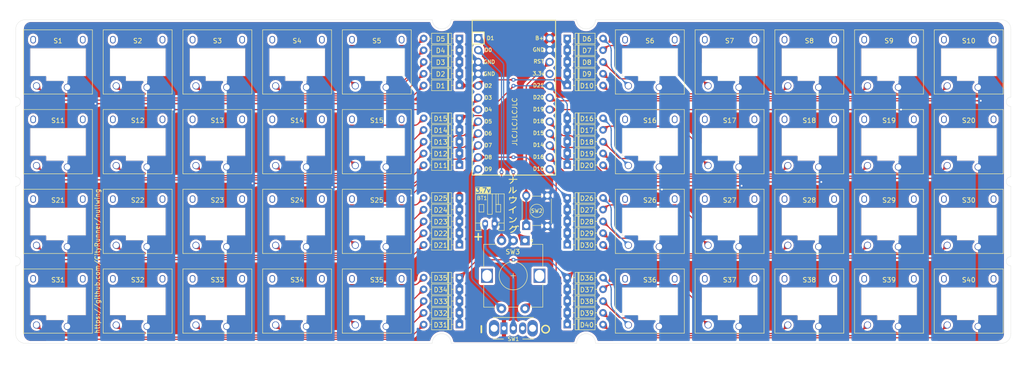
<source format=kicad_pcb>
(kicad_pcb (version 20221018) (generator pcbnew)
  (layers (0 "F.Cu" signal) (31 "B.Cu" signal) (34 "B.Paste" user) (35 "F.Paste" user) (36 "B.SilkS" user "B.Silkscreen") (37 "F.SilkS" user "F.Silkscreen") (38 "B.Mask" user) (39 "F.Mask" user) (44 "Edge.Cuts" user))
  (net 0 "")
  (net 1 "row_0")
  (net 2 "Net-(D1-A)")
  (net 3 "Net-(D2-A)")
  (net 4 "Net-(D3-A)")
  (net 5 "Net-(D4-A)")
  (net 6 "Net-(D5-A)")
  (net 7 "Net-(D6-A)")
  (net 8 "Net-(D7-A)")
  (net 9 "Net-(D8-A)")
  (net 10 "Net-(D9-A)")
  (net 11 "Net-(D10-A)")
  (net 12 "row_1")
  (net 13 "Net-(D11-A)")
  (net 14 "Net-(D12-A)")
  (net 15 "Net-(D13-A)")
  (net 16 "Net-(D14-A)")
  (net 17 "Net-(D15-A)")
  (net 18 "Net-(D16-A)")
  (net 19 "Net-(D17-A)")
  (net 20 "Net-(D18-A)")
  (net 21 "Net-(D19-A)")
  (net 22 "Net-(D20-A)")
  (net 23 "row_2")
  (net 24 "Net-(D21-A)")
  (net 25 "row_3")
  (net 26 "Net-(D22-A)")
  (net 27 "Net-(D23-A)")
  (net 28 "Net-(D24-A)")
  (net 29 "Net-(D25-A)")
  (net 30 "Net-(D26-A)")
  (net 31 "Net-(D27-A)")
  (net 32 "Net-(D28-A)")
  (net 33 "Net-(D29-A)")
  (net 34 "Net-(D30-A)")
  (net 35 "Net-(D31-A)")
  (net 36 "Net-(D32-A)")
  (net 37 "Net-(D33-A)")
  (net 38 "Net-(D34-A)")
  (net 39 "Net-(D35-A)")
  (net 40 "Net-(D36-A)")
  (net 41 "Net-(D37-A)")
  (net 42 "Net-(D38-A)")
  (net 43 "Net-(D39-A)")
  (net 44 "Net-(D40-A)")
  (net 45 "col_0")
  (net 46 "col_1")
  (net 47 "col_2")
  (net 48 "col_3")
  (net 49 "col_4")
  (net 50 "col_5")
  (net 51 "col_6")
  (net 52 "col_7")
  (net 53 "col_8")
  (net 54 "col_9")
  (net 55 "reset")
  (net 56 "ground")
  (net 57 "rotary_a")
  (net 58 "rotary_b")
  (net 59 "power")
  (net 61 "Net-(BT1--)")
  (net 62 "rotary_1")
  (net 63 "rotary_2")
  (footprint "ScottoKeebs_Choc:Choc_Mini_1.00u" (layer "F.Cu") (at 180.24 88)
    (fp_text reference "S37")
    (fp_text value "Keyswitch")
    (fp_line (start -5.9 -2.9) (end -5.9 3) (stroke (width 0.05)) (layer "Edge.Cuts"))
    (fp_line (start -5.9 3) (end -2.5 3) (stroke (width 0.05)) (layer "Edge.Cuts"))
    (fp_line (start -2.5 3) (end -2.5 4.05) (stroke (width 0.05)) (layer "Edge.Cuts"))
    (fp_line (start -2.5 4.05) (end 2.05 4.05) (stroke (width 0.05)) (layer "Edge.Cuts"))
    (fp_line (start 2.05 3) (end 5.95 3) (stroke (width 0.05)) (layer "Edge.Cuts"))
    (fp_line (start 2.05 4.05) (end 2.05 3) (stroke (width 0.05)) (layer "Edge.Cuts"))
    (fp_line (start 5.95 -2.9) (end -5.9 -2.9) (stroke (width 0.05)) (layer "Edge.Cuts"))
    (fp_line (start 5.95 3) (end 5.95 -2.9) (stroke (width 0.05)) (layer "Edge.Cuts"))
  )
  (footprint "ScottoKeebs_Components:Diode_DO-35" (layer "F.Cu") (at 122.62 88 180)
    (fp_text reference "D33")
    (fp_text value "Diode")
  )
  (footprint "ScottoKeebs_Components:Diode_DO-35" (layer "F.Cu") (at 145.62 90.5)
    (fp_text reference "D39")
    (fp_text value "Diode")
  )
  (footprint "ScottoKeebs_Components:Diode_DO-35" (layer "F.Cu") (at 145.62 37)
    (fp_text reference "D8")
    (fp_text value "Diode")
  )
  (footprint "ScottoKeebs_Components:Diode_DO-35" (layer "F.Cu") (at 145.62 49)
    (fp_text reference "D16")
    (fp_text value "Diode")
  )
  (footprint "ScottoKeebs_Components:Diode_DO-35" (layer "F.Cu") (at 122.62 85.5 180)
    (fp_text reference "D34")
    (fp_text value "Diode")
  )
  (footprint "Connector_JST:JST_PH_S2B-PH-K_1x02_P2.00mm_Horizontal" (layer "F.Cu") (at 130.12 71.5 180)
    (fp_text reference "BT1")
    (fp_text value "Battery")
  )
  (footprint "ScottoKeebs_Choc:Choc_Mini_1.00u" (layer "F.Cu") (at 197.24 37)
    (fp_text reference "S8")
    (fp_text value "Keyswitch")
    (fp_line (start -5.9 -2.9) (end -5.9 3) (stroke (width 0.05)) (layer "Edge.Cuts"))
    (fp_line (start -5.9 3) (end -2.5 3) (stroke (width 0.05)) (layer "Edge.Cuts"))
    (fp_line (start -2.5 3) (end -2.5 4.05) (stroke (width 0.05)) (layer "Edge.Cuts"))
    (fp_line (start -2.5 4.05) (end 2.05 4.05) (stroke (width 0.05)) (layer "Edge.Cuts"))
    (fp_line (start 2.05 3) (end 5.95 3) (stroke (width 0.05)) (layer "Edge.Cuts"))
    (fp_line (start 2.05 4.05) (end 2.05 3) (stroke (width 0.05)) (layer "Edge.Cuts"))
    (fp_line (start 5.95 -2.9) (end -5.9 -2.9) (stroke (width 0.05)) (layer "Edge.Cuts"))
    (fp_line (start 5.95 3) (end 5.95 -2.9) (stroke (width 0.05)) (layer "Edge.Cuts"))
  )
  (footprint "ScottoKeebs_Components:Diode_DO-35" (layer "F.Cu") (at 145.62 93)
    (fp_text reference "D40")
    (fp_text value "Diode")
  )
  (footprint "ScottoKeebs_Choc:Choc_Mini_1.00u" (layer "F.Cu") (at 214.24 54)
    (fp_text reference "S19")
    (fp_text value "Keyswitch")
    (fp_line (start -5.9 -2.9) (end -5.9 3) (stroke (width 0.05)) (layer "Edge.Cuts"))
    (fp_line (start -5.9 3) (end -2.5 3) (stroke (width 0.05)) (layer "Edge.Cuts"))
    (fp_line (start -2.5 3) (end -2.5 4.05) (stroke (width 0.05)) (layer "Edge.Cuts"))
    (fp_line (start -2.5 4.05) (end 2.05 4.05) (stroke (width 0.05)) (layer "Edge.Cuts"))
    (fp_line (start 2.05 3) (end 5.95 3) (stroke (width 0.05)) (layer "Edge.Cuts"))
    (fp_line (start 2.05 4.05) (end 2.05 3) (stroke (width 0.05)) (layer "Edge.Cuts"))
    (fp_line (start 5.95 -2.9) (end -5.9 -2.9) (stroke (width 0.05)) (layer "Edge.Cuts"))
    (fp_line (start 5.95 3) (end 5.95 -2.9) (stroke (width 0.05)) (layer "Edge.Cuts"))
  )
  (footprint "ScottoKeebs_Choc:Choc_Mini_1.00u" (layer "F.Cu") (at 231.24 54)
    (fp_text reference "S20")
    (fp_text value "Keyswitch")
    (fp_line (start -5.9 -2.9) (end -5.9 3) (stroke (width 0.05)) (layer "Edge.Cuts"))
    (fp_line (start -5.9 3) (end -2.5 3) (stroke (width 0.05)) (layer "Edge.Cuts"))
    (fp_line (start -2.5 3) (end -2.5 4.05) (stroke (width 0.05)) (layer "Edge.Cuts"))
    (fp_line (start -2.5 4.05) (end 2.05 4.05) (stroke (width 0.05)) (layer "Edge.Cuts"))
    (fp_line (start 2.05 3) (end 5.95 3) (stroke (width 0.05)) (layer "Edge.Cuts"))
    (fp_line (start 2.05 4.05) (end 2.05 3) (stroke (width 0.05)) (layer "Edge.Cuts"))
    (fp_line (start 5.95 -2.9) (end -5.9 -2.9) (stroke (width 0.05)) (layer "Edge.Cuts"))
    (fp_line (start 5.95 3) (end 5.95 -2.9) (stroke (width 0.05)) (layer "Edge.Cuts"))
  )
  (footprint "ScottoKeebs_Choc:Choc_Mini_1.00u" (layer "F.Cu") (at 88 88)
    (fp_text reference "S34")
    (fp_text value "Keyswitch")
    (fp_line (start -5.9 -2.9) (end -5.9 3) (stroke (width 0.05)) (layer "Edge.Cuts"))
    (fp_line (start -5.9 3) (end -2.5 3) (stroke (width 0.05)) (layer "Edge.Cuts"))
    (fp_line (start -2.5 3) (end -2.5 4.05) (stroke (width 0.05)) (layer "Edge.Cuts"))
    (fp_line (start -2.5 4.05) (end 2.05 4.05) (stroke (width 0.05)) (layer "Edge.Cuts"))
    (fp_line (start 2.05 3) (end 5.95 3) (stroke (width 0.05)) (layer "Edge.Cuts"))
    (fp_line (start 2.05 4.05) (end 2.05 3) (stroke (width 0.05)) (layer "Edge.Cuts"))
    (fp_line (start 5.95 -2.9) (end -5.9 -2.9) (stroke (width 0.05)) (layer "Edge.Cuts"))
    (fp_line (start 5.95 3) (end 5.95 -2.9) (stroke (width 0.05)) (layer "Edge.Cuts"))
  )
  (footprint "ScottoKeebs_Components:Diode_DO-35" (layer "F.Cu") (at 145.62 68.5)
    (fp_text reference "D27")
    (fp_text value "Diode")
  )
  (footprint "ScottoKeebs_Choc:Choc_Mini_1.00u" (layer "F.Cu") (at 163.24 37)
    (fp_text reference "S6")
    (fp_text value "Keyswitch")
    (fp_line (start -5.9 -2.9) (end -5.9 3) (stroke (width 0.05)) (layer "Edge.Cuts"))
    (fp_line (start -5.9 3) (end -2.5 3) (stroke (width 0.05)) (layer "Edge.Cuts"))
    (fp_line (start -2.5 3) (end -2.5 4.05) (stroke (width 0.05)) (layer "Edge.Cuts"))
    (fp_line (start -2.5 4.05) (end 2.05 4.05) (stroke (width 0.05)) (layer "Edge.Cuts"))
    (fp_line (start 2.05 3) (end 5.95 3) (stroke (width 0.05)) (layer "Edge.Cuts"))
    (fp_line (start 2.05 4.05) (end 2.05 3) (stroke (width 0.05)) (layer "Edge.Cuts"))
    (fp_line (start 5.95 -2.9) (end -5.9 -2.9) (stroke (width 0.05)) (layer "Edge.Cuts"))
    (fp_line (start 5.95 3) (end 5.95 -2.9) (stroke (width 0.05)) (layer "Edge.Cuts"))
  )
  (footprint "ScottoKeebs_Choc:Choc_Mini_1.00u" (layer "F.Cu") (at 37 37)
    (fp_text reference "S1")
    (fp_text value "Keyswitch")
    (fp_line (start -5.9 -2.9) (end -5.9 3) (stroke (width 0.05)) (layer "Edge.Cuts"))
    (fp_line (start -5.9 3) (end -2.5 3) (stroke (width 0.05)) (layer "Edge.Cuts"))
    (fp_line (start -2.5 3) (end -2.5 4.05) (stroke (width 0.05)) (layer "Edge.Cuts"))
    (fp_line (start -2.5 4.05) (end 2.05 4.05) (stroke (width 0.05)) (layer "Edge.Cuts"))
    (fp_line (start 2.05 3) (end 5.95 3) (stroke (width 0.05)) (layer "Edge.Cuts"))
    (fp_line (start 2.05 4.05) (end 2.05 3) (stroke (width 0.05)) (layer "Edge.Cuts"))
    (fp_line (start 5.95 -2.9) (end -5.9 -2.9) (stroke (width 0.05)) (layer "Edge.Cuts"))
    (fp_line (start 5.95 3) (end 5.95 -2.9) (stroke (width 0.05)) (layer "Edge.Cuts"))
  )
  (footprint "ScottoKeebs_Choc:Choc_Mini_1.00u" (layer "F.Cu") (at 197.24 88)
    (fp_text reference "S38")
    (fp_text value "Keyswitch")
    (fp_line (start -5.9 -2.9) (end -5.9 3) (stroke (width 0.05)) (layer "Edge.Cuts"))
    (fp_line (start -5.9 3) (end -2.5 3) (stroke (width 0.05)) (layer "Edge.Cuts"))
    (fp_line (start -2.5 3) (end -2.5 4.05) (stroke (width 0.05)) (layer "Edge.Cuts"))
    (fp_line (start -2.5 4.05) (end 2.05 4.05) (stroke (width 0.05)) (layer "Edge.Cuts"))
    (fp_line (start 2.05 3) (end 5.95 3) (stroke (width 0.05)) (layer "Edge.Cuts"))
    (fp_line (start 2.05 4.05) (end 2.05 3) (stroke (width 0.05)) (layer "Edge.Cuts"))
    (fp_line (start 5.95 -2.9) (end -5.9 -2.9) (stroke (width 0.05)) (layer "Edge.Cuts"))
    (fp_line (start 5.95 3) (end 5.95 -2.9) (stroke (width 0.05)) (layer "Edge.Cuts"))
  )
  (footprint "ScottoKeebs_Choc:Choc_Mini_1.00u" (layer "F.Cu") (at 54 88)
    (fp_text reference "S32")
    (fp_text value "Keyswitch")
    (fp_line (start -5.9 -2.9) (end -5.9 3) (stroke (width 0.05)) (layer "Edge.Cuts"))
    (fp_line (start -5.9 3) (end -2.5 3) (stroke (width 0.05)) (layer "Edge.Cuts"))
    (fp_line (start -2.5 3) (end -2.5 4.05) (stroke (width 0.05)) (layer "Edge.Cuts"))
    (fp_line (start -2.5 4.05) (end 2.05 4.05) (stroke (width 0.05)) (layer "Edge.Cuts"))
    (fp_line (start 2.05 3) (end 5.95 3) (stroke (width 0.05)) (layer "Edge.Cuts"))
    (fp_line (start 2.05 4.05) (end 2.05 3) (stroke (width 0.05)) (layer "Edge.Cuts"))
    (fp_line (start 5.95 -2.9) (end -5.9 -2.9) (stroke (width 0.05)) (layer "Edge.Cuts"))
    (fp_line (start 5.95 3) (end 5.95 -2.9) (stroke (width 0.05)) (layer "Edge.Cuts"))
  )
  (footprint "ScottoKeebs_Components:Diode_DO-35" (layer "F.Cu") (at 122.62 68.5 180)
    (fp_text reference "D24")
    (fp_text value "Diode")
  )
  (footprint "ScottoKeebs_Components:Diode_DO-35" (layer "F.Cu") (at 145.62 56.5)
    (fp_text reference "D19")
    (fp_text value "Diode")
  )
  (footprint "ScottoKeebs_Components:Diode_DO-35" (layer "F.Cu") (at 122.62 56.5 180)
    (fp_text reference "D12")
    (fp_text value "Diode")
  )
  (footprint "ScottoKeebs_Components:Diode_DO-35" (layer "F.Cu") (at 122.62 42 180)
    (fp_text reference "D1")
    (fp_text value "Diode")
  )
  (footprint "ScottoKeebs_Choc:Choc_Mini_1.00u" (layer "F.Cu") (at 88 54)
    (fp_text reference "S14")
    (fp_text value "Keyswitch")
    (fp_line (start -5.9 -2.9) (end -5.9 3) (stroke (width 0.05)) (layer "Edge.Cuts"))
    (fp_line (start -5.9 3) (end -2.5 3) (stroke (width 0.05)) (layer "Edge.Cuts"))
    (fp_line (start -2.5 3) (end -2.5 4.05) (stroke (width 0.05)) (layer "Edge.Cuts"))
    (fp_line (start -2.5 4.05) (end 2.05 4.05) (stroke (width 0.05)) (layer "Edge.Cuts"))
    (fp_line (start 2.05 3) (end 5.95 3) (stroke (width 0.05)) (layer "Edge.Cuts"))
    (fp_line (start 2.05 4.05) (end 2.05 3) (stroke (width 0.05)) (layer "Edge.Cuts"))
    (fp_line (start 5.95 -2.9) (end -5.9 -2.9) (stroke (width 0.05)) (layer "Edge.Cuts"))
    (fp_line (start 5.95 3) (end 5.95 -2.9) (stroke (width 0.05)) (layer "Edge.Cuts"))
  )
  (footprint "ScottoKeebs_Components:Diode_DO-35" (layer "F.Cu") (at 145.62 39.5)
    (fp_text reference "D9")
    (fp_text value "Diode")
  )
  (footprint "ScottoKeebs_Components:Diode_DO-35" (layer "F.Cu") (at 145.62 66)
    (fp_text reference "D26")
    (fp_text value "Diode")
  )
  (footprint "ScottoKeebs_Choc:Choc_Mini_1.00u" (layer "F.Cu") (at 231.24 37)
    (fp_text reference "S10")
    (fp_text value "Keyswitch")
    (fp_line (start -5.9 -2.9) (end -5.9 3) (stroke (width 0.05)) (layer "Edge.Cuts"))
    (fp_line (start -5.9 3) (end -2.5 3) (stroke (width 0.05)) (layer "Edge.Cuts"))
    (fp_line (start -2.5 3) (end -2.5 4.05) (stroke (width 0.05)) (layer "Edge.Cuts"))
    (fp_line (start -2.5 4.05) (end 2.05 4.05) (stroke (width 0.05)) (layer "Edge.Cuts"))
    (fp_line (start 2.05 3) (end 5.95 3) (stroke (width 0.05)) (layer "Edge.Cuts"))
    (fp_line (start 2.05 4.05) (end 2.05 3) (stroke (width 0.05)) (layer "Edge.Cuts"))
    (fp_line (start 5.95 -2.9) (end -5.9 -2.9) (stroke (width 0.05)) (layer "Edge.Cuts"))
    (fp_line (start 5.95 3) (end 5.95 -2.9) (stroke (width 0.05)) (layer "Edge.Cuts"))
  )
  (footprint "ScottoKeebs_Choc:Choc_Mini_1.00u" (layer "F.Cu") (at 71 37)
    (fp_text reference "S3")
    (fp_text value "Keyswitch")
    (fp_line (start -5.9 -2.9) (end -5.9 3) (stroke (width 0.05)) (layer "Edge.Cuts"))
    (fp_line (start -5.9 3) (end -2.5 3) (stroke (width 0.05)) (layer "Edge.Cuts"))
    (fp_line (start -2.5 3) (end -2.5 4.05) (stroke (width 0.05)) (layer "Edge.Cuts"))
    (fp_line (start -2.5 4.05) (end 2.05 4.05) (stroke (width 0.05)) (layer "Edge.Cuts"))
    (fp_line (start 2.05 3) (end 5.95 3) (stroke (width 0.05)) (layer "Edge.Cuts"))
    (fp_line (start 2.05 4.05) (end 2.05 3) (stroke (width 0.05)) (layer "Edge.Cuts"))
    (fp_line (start 5.95 -2.9) (end -5.9 -2.9) (stroke (width 0.05)) (layer "Edge.Cuts"))
    (fp_line (start 5.95 3) (end 5.95 -2.9) (stroke (width 0.05)) (layer "Edge.Cuts"))
  )
  (footprint "ScottoKeebs_Choc:Choc_Mini_1.00u" (layer "F.Cu") (at 71 88)
    (fp_text reference "S33")
    (fp_text value "Keyswitch")
    (fp_line (start -5.9 -2.9) (end -5.9 3) (stroke (width 0.05)) (layer "Edge.Cuts"))
    (fp_line (start -5.9 3) (end -2.5 3) (stroke (width 0.05)) (layer "Edge.Cuts"))
    (fp_line (start -2.5 3) (end -2.5 4.05) (stroke (width 0.05)) (layer "Edge.Cuts"))
    (fp_line (start -2.5 4.05) (end 2.05 4.05) (stroke (width 0.05)) (layer "Edge.Cuts"))
    (fp_line (start 2.05 3) (end 5.95 3) (stroke (width 0.05)) (layer "Edge.Cuts"))
    (fp_line (start 2.05 4.05) (end 2.05 3) (stroke (width 0.05)) (layer "Edge.Cuts"))
    (fp_line (start 5.95 -2.9) (end -5.9 -2.9) (stroke (width 0.05)) (layer "Edge.Cuts"))
    (fp_line (start 5.95 3) (end 5.95 -2.9) (stroke (width 0.05)) (layer "Edge.Cuts"))
  )
  (footprint "ScottoKeebs_Choc:Choc_Mini_1.00u" (layer "F.Cu") (at 37 71)
    (fp_text reference "S21")
    (fp_text value "Keyswitch")
    (fp_line (start -5.9 -2.9) (end -5.9 3) (stroke (width 0.05)) (layer "Edge.Cuts"))
    (fp_line (start -5.9 3) (end -2.5 3) (stroke (width 0.05)) (layer "Edge.Cuts"))
    (fp_line (start -2.5 3) (end -2.5 4.05) (stroke (width 0.05)) (layer "Edge.Cuts"))
    (fp_line (start -2.5 4.05) (end 2.05 4.05) (stroke (width 0.05)) (layer "Edge.Cuts"))
    (fp_line (start 2.05 3) (end 5.95 3) (stroke (width 0.05)) (layer "Edge.Cuts"))
    (fp_line (start 2.05 4.05) (end 2.05 3) (stroke (width 0.05)) (layer "Edge.Cuts"))
    (fp_line (start 5.95 -2.9) (end -5.9 -2.9) (stroke (width 0.05)) (layer "Edge.Cuts"))
    (fp_line (start 5.95 3) (end 5.95 -2.9) (stroke (width 0.05)) (layer "Edge.Cuts"))
  )
  (footprint "ScottoKeebs_Choc:Choc_Mini_1.00u" (layer "F.Cu") (at 54 71)
    (fp_text reference "S22")
    (fp_text value "Keyswitch")
    (fp_line (start -5.9 -2.9) (end -5.9 3) (stroke (width 0.05)) (layer "Edge.Cuts"))
    (fp_line (start -5.9 3) (end -2.5 3) (stroke (width 0.05)) (layer "Edge.Cuts"))
    (fp_line (start -2.5 3) (end -2.5 4.05) (stroke (width 0.05)) (layer "Edge.Cuts"))
    (fp_line (start -2.5 4.05) (end 2.05 4.05) (stroke (width 0.05)) (layer "Edge.Cuts"))
    (fp_line (start 2.05 3) (end 5.95 3) (stroke (width 0.05)) (layer "Edge.Cuts"))
    (fp_line (start 2.05 4.05) (end 2.05 3) (stroke (width 0.05)) (layer "Edge.Cuts"))
    (fp_line (start 5.95 -2.9) (end -5.9 -2.9) (stroke (width 0.05)) (layer "Edge.Cuts"))
    (fp_line (start 5.95 3) (end 5.95 -2.9) (stroke (width 0.05)) (layer "Edge.Cuts"))
  )
  (footprint "ScottoKeebs_Components:Diode_DO-35" (layer "F.Cu") (at 122.62 90.5 180)
    (fp_text reference "D32")
    (fp_text value "Diode")
  )
  (footprint "ScottoKeebs_Choc:Choc_Mini_1.00u" (layer "F.Cu") (at 105 37)
    (fp_text reference "S5")
    (fp_text value "Keyswitch")
    (fp_line (start -5.9 -2.9) (end -5.9 3) (stroke (width 0.05)) (layer "Edge.Cuts"))
    (fp_line (start -5.9 3) (end -2.5 3) (stroke (width 0.05)) (layer "Edge.Cuts"))
    (fp_line (start -2.5 3) (end -2.5 4.05) (stroke (width 0.05)) (layer "Edge.Cuts"))
    (fp_line (start -2.5 4.05) (end 2.05 4.05) (stroke (width 0.05)) (layer "Edge.Cuts"))
    (fp_line (start 2.05 3) (end 5.95 3) (stroke (width 0.05)) (layer "Edge.Cuts"))
    (fp_line (start 2.05 4.05) (end 2.05 3) (stroke (width 0.05)) (layer "Edge.Cuts"))
    (fp_line (start 5.95 -2.9) (end -5.9 -2.9) (stroke (width 0.05)) (layer "Edge.Cuts"))
    (fp_line (start 5.95 3) (end 5.95 -2.9) (stroke (width 0.05)) (layer "Edge.Cuts"))
  )
  (footprint "ScottoKeebs_Components:Diode_DO-35" (layer "F.Cu") (at 145.62 83)
    (fp_text reference "D36")
    (fp_text value "Diode")
  )
  (footprint "ScottoKeebs_Choc:Choc_Mini_1.00u" (layer "F.Cu") (at 37 88)
    (fp_text reference "S31")
    (fp_text value "Keyswitch")
    (fp_line (start -5.9 -2.9) (end -5.9 3) (stroke (width 0.05)) (layer "Edge.Cuts"))
    (fp_line (start -5.9 3) (end -2.5 3) (stroke (width 0.05)) (layer "Edge.Cuts"))
    (fp_line (start -2.5 3) (end -2.5 4.05) (stroke (width 0.05)) (layer "Edge.Cuts"))
    (fp_line (start -2.5 4.05) (end 2.05 4.05) (stroke (width 0.05)) (layer "Edge.Cuts"))
    (fp_line (start 2.05 3) (end 5.95 3) (stroke (width 0.05)) (layer "Edge.Cuts"))
    (fp_line (start 2.05 4.05) (end 2.05 3) (stroke (width 0.05)) (layer "Edge.Cuts"))
    (fp_line (start 5.95 -2.9) (end -5.9 -2.9) (stroke (width 0.05)) (layer "Edge.Cuts"))
    (fp_line (start 5.95 3) (end 5.95 -2.9) (stroke (width 0.05)) (layer "Edge.Cuts"))
  )
  (footprint "ScottoKeebs_Components:Diode_DO-35" (layer "F.Cu") (at 122.62 32 180)
    (fp_text reference "D5")
    (fp_text value "Diode")
  )
  (footprint "ScottoKeebs_Choc:Choc_Mini_1.00u" (layer "F.Cu") (at 180.24 54)
    (fp_text reference "S17")
    (fp_text value "Keyswitch")
    (fp_line (start -5.9 -2.9) (end -5.9 3) (stroke (width 0.05)) (layer "Edge.Cuts"))
    (fp_line (start -5.9 3) (end -2.5 3) (stroke (width 0.05)) (layer "Edge.Cuts"))
    (fp_line (start -2.5 3) (end -2.5 4.05) (stroke (width 0.05)) (layer "Edge.Cuts"))
    (fp_line (start -2.5 4.05) (end 2.05 4.05) (stroke (width 0.05)) (layer "Edge.Cuts"))
    (fp_line (start 2.05 3) (end 5.95 3) (stroke (width 0.05)) (layer "Edge.Cuts"))
    (fp_line (start 2.05 4.05) (end 2.05 3) (stroke (width 0.05)) (layer "Edge.Cuts"))
    (fp_line (start 5.95 -2.9) (end -5.9 -2.9) (stroke (width 0.05)) (layer "Edge.Cuts"))
    (fp_line (start 5.95 3) (end 5.95 -2.9) (stroke (width 0.05)) (layer "Edge.Cuts"))
  )
  (footprint "ScottoKeebs_Components:Diode_DO-35" (layer "F.Cu") (at 145.62 32)
    (fp_text reference "D6")
    (fp_text value "Diode")
  )
  (footprint "ScottoKeebs_Choc:Choc_Mini_1.00u" (layer "F.Cu") (at 71 54)
    (fp_text reference "S13")
    (fp_text value "Keyswitch")
    (fp_line (start -5.9 -2.9) (end -5.9 3) (stroke (width 0.05)) (layer "Edge.Cuts"))
    (fp_line (start -5.9 3) (end -2.5 3) (stroke (width 0.05)) (layer "Edge.Cuts"))
    (fp_line (start -2.5 3) (end -2.5 4.05) (stroke (width 0.05)) (layer "Edge.Cuts"))
    (fp_line (start -2.5 4.05) (end 2.05 4.05) (stroke (width 0.05)) (layer "Edge.Cuts"))
    (fp_line (start 2.05 3) (end 5.95 3) (stroke (width 0.05)) (layer "Edge.Cuts"))
    (fp_line (start 2.05 4.05) (end 2.05 3) (stroke (width 0.05)) (layer "Edge.Cuts"))
    (fp_line (start 5.95 -2.9) (end -5.9 -2.9) (stroke (width 0.05)) (layer "Edge.Cuts"))
    (fp_line (start 5.95 3) (end 5.95 -2.9) (stroke (width 0.05)) (layer "Edge.Cuts"))
  )
  (footprint "ScottoKeebs_Components:Diode_DO-35" (layer "F.Cu") (at 122.62 73.5 180)
    (fp_text reference "D22")
    (fp_text value "Diode")
  )
  (footprint "ScottoKeebs_Components:Diode_DO-35" (layer "F.Cu") (at 122.62 76 180)
    (fp_text reference "D21")
    (fp_text value "Diode")
  )
  (footprint "ScottoKeebs_Choc:Choc_Mini_1.00u" (layer "F.Cu") (at 163.24 54)
    (fp_text reference "S16")
    (fp_text value "Keyswitch")
    (fp_line (start -5.9 -2.9) (end -5.9 3) (stroke (width 0.05)) (layer "Edge.Cuts"))
    (fp_line (start -5.9 3) (end -2.5 3) (stroke (width 0.05)) (layer "Edge.Cuts"))
    (fp_line (start -2.5 3) (end -2.5 4.05) (stroke (width 0.05)) (layer "Edge.Cuts"))
    (fp_line (start -2.5 4.05) (end 2.05 4.05) (stroke (width 0.05)) (layer "Edge.Cuts"))
    (fp_line (start 2.05 3) (end 5.95 3) (stroke (width 0.05)) (layer "Edge.Cuts"))
    (fp_line (start 2.05 4.05) (end 2.05 3) (stroke (width 0.05)) (layer "Edge.Cuts"))
    (fp_line (start 5.95 -2.9) (end -5.9 -2.9) (stroke (width 0.05)) (layer "Edge.Cuts"))
    (fp_line (start 5.95 3) (end 5.95 -2.9) (stroke (width 0.05)) (layer "Edge.Cuts"))
  )
  (footprint "ScottoKeebs_Components:Diode_DO-35" (layer "F.Cu") (at 145.62 42)
    (fp_text reference "D10")
    (fp_text value "Diode")
  )
  (footprint "ScottoKeebs_Components:Diode_DO-35" (layer "F.Cu") (at 122.62 59 180)
    (fp_text reference "D11")
    (fp_text value "Diode")
  )
  (footprint "ScottoKeebs_Components:Diode_DO-35" (layer "F.Cu") (at 122.62 51.5 180)
    (fp_text reference "D14")
    (fp_text value "Diode")
  )
  (footprint "ScottoKeebs_Components:Diode_DO-35" (layer "F.Cu") (at 145.62 76)
    (fp_text reference "D30")
    (fp_text value "Diode")
  )
  (footprint "ScottoKeebs_Components:Diode_DO-35" (layer "F.Cu") (at 145.62 51.5)
    (fp_text reference "D17")
    (fp_text value "Diode")
  )
  (footprint "ScottoKeebs_Choc:Choc_Mini_1.00u" (layer "F.Cu") (at 163.24 71)
    (fp_text reference "S26")
    (fp_text value "Keyswitch")
    (fp_line (start -5.9 -2.9) (end -5.9 3) (stroke (width 0.05)) (layer "Edge.Cuts"))
    (fp_line (start -5.9 3) (end -2.5 3) (stroke (width 0.05)) (layer "Edge.Cuts"))
    (fp_line (start -2.5 3) (end -2.5 4.05) (stroke (width 0.05)) (layer "Edge.Cuts"))
    (fp_line (start -2.5 4.05) (end 2.05 4.05) (stroke (width 0.05)) (layer "Edge.Cuts"))
    (fp_line (start 2.05 3) (end 5.95 3) (stroke (width 0.05)) (layer "Edge.Cuts"))
    (fp_line (start 2.05 4.05) (end 2.05 3) (stroke (width 0.05)) (layer "Edge.Cuts"))
    (fp_line (start 5.95 -2.9) (end -5.9 -2.9) (stroke (width 0.05)) (layer "Edge.Cuts"))
    (fp_line (start 5.95 3) (end 5.95 -2.9) (stroke (width 0.05)) (layer "Edge.Cuts"))
  )
  (footprint "ScottoKeebs_Components:Diode_DO-35" (layer "F.Cu") (at 122.62 49 180)
    (fp_text reference "D15")
    (fp_text value "Diode")
  )
  (footprint "ScottoKeebs_Components:Diode_DO-35" (layer "F.Cu") (at 145.62 54)
    (fp_text reference "D18")
    (fp_text value "Diode")
  )
  (footprint "ScottoKeebs_Choc:Choc_Mini_1.00u" (layer "F.Cu") (at 71 71)
    (fp_text reference "S23")
    (fp_text value "Keyswitch")
    (fp_line (start -5.9 -2.9) (end -5.9 3) (stroke (width 0.05)) (layer "Edge.Cuts"))
    (fp_line (start -5.9 3) (end -2.5 3) (stroke (width 0.05)) (layer "Edge.Cuts"))
    (fp_line (start -2.5 3) (end -2.5 4.05) (stroke (width 0.05)) (layer "Edge.Cuts"))
    (fp_line (start -2.5 4.05) (end 2.05 4.05) (stroke (width 0.05)) (layer "Edge.Cuts"))
    (fp_line (start 2.05 3) (end 5.95 3) (stroke (width 0.05)) (layer "Edge.Cuts"))
    (fp_line (start 2.05 4.05) (end 2.05 3) (stroke (width 0.05)) (layer "Edge.Cuts"))
    (fp_line (start 5.95 -2.9) (end -5.9 -2.9) (stroke (width 0.05)) (layer "Edge.Cuts"))
    (fp_line (start 5.95 3) (end 5.95 -2.9) (stroke (width 0.05)) (layer "Edge.Cuts"))
  )
  (footprint "ScottoKeebs_Components:Diode_DO-35" (layer "F.Cu") (at 145.62 88)
    (fp_text reference "D38")
    (fp_text value "Diode")
  )
  (footprint "ScottoKeebs_Components:Diode_DO-35" (layer "F.Cu") (at 122.62 39.5 180)
    (fp_text reference "D2")
    (fp_text value "Diode")
  )
  (footprint "ScottoKeebs_Components:Diode_DO-35" (layer "F.Cu") (at 122.62 34.5 180)
    (fp_text reference "D4")
    (fp_text value "Diode")
  )
  (footprint "ScottoKeebs_Choc:Choc_Mini_1.00u" (layer "F.Cu") (at 197.24 71)
    (fp_text reference "S28")
    (fp_text value "Keyswitch")
    (fp_line (start -5.9 -2.9) (end -5.9 3) (stroke (width 0.05)) (layer "Edge.Cuts"))
    (fp_line (start -5.9 3) (end -2.5 3) (stroke (width 0.05)) (layer "Edge.Cuts"))
    (fp_line (start -2.5 3) (end -2.5 4.05) (stroke (width 0.05)) (layer "Edge.Cuts"))
    (fp_line (start -2.5 4.05) (end 2.05 4.05) (stroke (width 0.05)) (layer "Edge.Cuts"))
    (fp_line (start 2.05 3) (end 5.95 3) (stroke (width 0.05)) (layer "Edge.Cuts"))
    (fp_line (start 2.05 4.05) (end 2.05 3) (stroke (width 0.05)) (layer "Edge.Cuts"))
    (fp_line (start 5.95 -2.9) (end -5.9 -2.9) (stroke (width 0.05)) (layer "Edge.Cuts"))
    (fp_line (start 5.95 3) (end 5.95 -2.9) (stroke (width 0.05)) (layer "Edge.Cuts"))
  )
  (footprint "Button_Switch_THT:SW_CuK_OS102011MA1QN1_SPDT_Angled" (layer "F.Cu") (at 132.12 93.8)
    (fp_text reference "SW1")
    (fp_text value "Power Switch")
  )
  (footprint "ScottoKeebs_MCU:Nice_Nano_V2" (layer "F.Cu") (at 134.24 45.89)
    (fp_text reference "U1" hide)
    (fp_text value "Nice_Nano_V2" hide)
  )
  (footprint "ScottoKeebs_Choc:Choc_Mini_1.00u" (layer "F.Cu") (at 180.24 71)
    (fp_text reference "S27")
    (fp_text value "Keyswitch")
    (fp_line (start -5.9 -2.9) (end -5.9 3) (stroke (width 0.05)) (layer "Edge.Cuts"))
    (fp_line (start -5.9 3) (end -2.5 3) (stroke (width 0.05)) (layer "Edge.Cuts"))
    (fp_line (start -2.5 3) (end -2.5 4.05) (stroke (width 0.05)) (layer "Edge.Cuts"))
    (fp_line (start -2.5 4.05) (end 2.05 4.05) (stroke (width 0.05)) (layer "Edge.Cuts"))
    (fp_line (start 2.05 3) (end 5.95 3) (stroke (width 0.05)) (layer "Edge.Cuts"))
    (fp_line (start 2.05 4.05) (end 2.05 3) (stroke (width 0.05)) (layer "Edge.Cuts"))
    (fp_line (start 5.95 -2.9) (end -5.9 -2.9) (stroke (width 0.05)) (layer "Edge.Cuts"))
    (fp_line (start 5.95 3) (end 5.95 -2.9) (stroke (width 0.05)) (layer "Edge.Cuts"))
  )
  (footprint "ScottoKeebs_Choc:Choc_Mini_1.00u" (layer "F.Cu") (at 214.24 88)
    (fp_text reference "S39")
    (fp_text value "Keyswitch")
    (fp_line (start -5.9 -2.9) (end -5.9 3) (stroke (width 0.05)) (layer "Edge.Cuts"))
    (fp_line (start -5.9 3) (end -2.5 3) (stroke (width 0.05)) (layer "Edge.Cuts"))
    (fp_line (start -2.5 3) (end -2.5 4.05) (stroke (width 0.05)) (layer "Edge.Cuts"))
    (fp_line (start -2.5 4.05) (end 2.05 4.05) (stroke (width 0.05)) (layer "Edge.Cuts"))
    (fp_line (start 2.05 3) (end 5.95 3) (stroke (width 0.05)) (layer "Edge.Cuts"))
    (fp_line (start 2.05 4.05) (end 2.05 3) (stroke (width 0.05)) (layer "Edge.Cuts"))
    (fp_line (start 5.95 -2.9) (end -5.9 -2.9) (stroke (width 0.05)) (layer "Edge.Cuts"))
    (fp_line (start 5.95 3) (end 5.95 -2.9) (stroke (width 0.05)) (layer "Edge.Cuts"))
  )
  (footprint "ScottoKeebs_Choc:Choc_Mini_1.00u" (layer "F.Cu") (at 37 54)
    (fp_text reference "S11")
    (fp_text value "Keyswitch")
    (fp_line (start -5.9 -2.9) (end -5.9 3) (stroke (width 0.05)) (layer "Edge.Cuts"))
    (fp_line (start -5.9 3) (end -2.5 3) (stroke (width 0.05)) (layer "Edge.Cuts"))
    (fp_line (start -2.5 3) (end -2.5 4.05) (stroke (width 0.05)) (layer "Edge.Cuts"))
    (fp_line (start -2.5 4.05) (end 2.05 4.05) (stroke (width 0.05)) (layer "Edge.Cuts"))
    (fp_line (start 2.05 3) (end 5.95 3) (stroke (width 0.05)) (layer "Edge.Cuts"))
    (fp_line (start 2.05 4.05) (end 2.05 3) (stroke (width 0.05)) (layer "Edge.Cuts"))
    (fp_line (start 5.95 -2.9) (end -5.9 -2.9) (stroke (width 0.05)) (layer "Edge.Cuts"))
    (fp_line (start 5.95 3) (end 5.95 -2.9) (stroke (width 0.05)) (layer "Edge.Cuts"))
  )
  (footprint "ScottoKeebs_Choc:Choc_Mini_1.00u" (layer "F.Cu") (at 197.24 54)
    (fp_text reference "S18")
    (fp_text value "Keyswitch")
    (fp_line (start -5.9 -2.9) (end -5.9 3) (stroke (width 0.05)) (layer "Edge.Cuts"))
    (fp_line (start -5.9 3) (end -2.5 3) (stroke (width 0.05)) (layer "Edge.Cuts"))
    (fp_line (start -2.5 3) (end -2.5 4.05) (stroke (width 0.05)) (layer "Edge.Cuts"))
    (fp_line (start -2.5 4.05) (end 2.05 4.05) (stroke (width 0.05)) (layer "Edge.Cuts"))
    (fp_line (start 2.05 3) (end 5.95 3) (stroke (width 0.05)) (layer "Edge.Cuts"))
    (fp_line (start 2.05 4.05) (end 2.05 3) (stroke (width 0.05)) (layer "Edge.Cuts"))
    (fp_line (start 5.95 -2.9) (end -5.9 -2.9) (stroke (width 0.05)) (layer "Edge.Cuts"))
    (fp_line (start 5.95 3) (end 5.95 -2.9) (stroke (width 0.05)) (layer "Edge.Cuts"))
  )
  (footprint "ScottoKeebs_Components:Diode_DO-35" (layer "F.Cu") (at 145.62 34.5)
    (fp_text reference "D7")
    (fp_text value "Diode")
  )
  (footprint "ScottoKeebs_Components:Diode_DO-35" (layer "F.Cu") (at 122.62 37 180)
    (fp_text reference "D3")
    (fp_text value "Diode")
  )
  (footprint "ScottoKeebs_Choc:Choc_Mini_1.00u" (layer "F.Cu") (at 163.24 88)
    (fp_text reference "S36")
    (fp_text value "Keyswitch")
    (fp_line (start -5.9 -2.9) (end -5.9 3) (stroke (width 0.05)) (layer "Edge.Cuts"))
    (fp_line (start -5.9 3) (end -2.5 3) (stroke (width 0.05)) (layer "Edge.Cuts"))
    (fp_line (start -2.5 3) (end -2.5 4.05) (stroke (width 0.05)) (layer "Edge.Cuts"))
    (fp_line (start -2.5 4.05) (end 2.05 4.05) (stroke (width 0.05)) (layer "Edge.Cuts"))
    (fp_line (start 2.05 3) (end 5.95 3) (stroke (width 0.05)) (layer "Edge.Cuts"))
    (fp_line (start 2.05 4.05) (end 2.05 3) (stroke (width 0.05)) (layer "Edge.Cuts"))
    (fp_line (start 5.95 -2.9) (end -5.9 -2.9) (stroke (width 0.05)) (layer "Edge.Cuts"))
    (fp_line (start 5.95 3) (end 5.95 -2.9) (stroke (width 0.05)) (layer "Edge.Cuts"))
  )
  (footprint "ScottoKeebs_Choc:Choc_Mini_1.00u" (layer "F.Cu") (at 231.24 71)
    (fp_text reference "S30")
    (fp_text value "Keyswitch")
    (fp_line (start -5.9 -2.9) (end -5.9 3) (stroke (width 0.05)) (layer "Edge.Cuts"))
    (fp_line (start -5.9 3) (end -2.5 3) (stroke (width 0.05)) (layer "Edge.Cuts"))
    (fp_line (start -2.5 3) (end -2.5 4.05) (stroke (width 0.05)) (layer "Edge.Cuts"))
    (fp_line (start -2.5 4.05) (end 2.05 4.05) (stroke (width 0.05)) (layer "Edge.Cuts"))
    (fp_line (start 2.05 3) (end 5.95 3) (stroke (width 0.05)) (layer "Edge.Cuts"))
    (fp_line (start 2.05 4.05) (end 2.05 3) (stroke (width 0.05)) (layer "Edge.Cuts"))
    (fp_line (start 5.95 -2.9) (end -5.9 -2.9) (stroke (width 0.05)) (layer "Edge.Cuts"))
    (fp_line (start 5.95 3) (end 5.95 -2.9) (stroke (width 0.05)) (layer "Edge.Cuts"))
  )
  (footprint "ScottoKeebs_Choc:Choc_Mini_1.00u" (layer "F.Cu") (at 105 88)
    (fp_text reference "S35")
    (fp_text value "Keyswitch")
    (fp_line (start -5.9 -2.9) (end -5.9 3) (stroke (width 0.05)) (layer "Edge.Cuts"))
    (fp_line (start -5.9 3) (end -2.5 3) (stroke (width 0.05)) (layer "Edge.Cuts"))
    (fp_line (start -2.5 3) (end -2.5 4.05) (stroke (width 0.05)) (layer "Edge.Cuts"))
    (fp_line (start -2.5 4.05) (end 2.05 4.05) (stroke (width 0.05)) (layer "Edge.Cuts"))
    (fp_line (start 2.05 3) (end 5.95 3) (stroke (width 0.05)) (layer "Edge.Cuts"))
    (fp_line (start 2.05 4.05) (end 2.05 3) (stroke (width 0.05)) (layer "Edge.Cuts"))
    (fp_line (start 5.95 -2.9) (end -5.9 -2.9) (stroke (width 0.05)) (layer "Edge.Cuts"))
    (fp_line (start 5.95 3) (end 5.95 -2.9) (stroke (width 0.05)) (layer "Edge.Cuts"))
  )
  (footprint "ScottoKeebs_Choc:Choc_Mini_1.00u" (layer "F.Cu") (at 180.24 37)
    (fp_text reference "S7")
    (fp_text value "Keyswitch")
    (fp_line (start -5.9 -2.9) (end -5.9 3) (stroke (width 0.05)) (layer "Edge.Cuts"))
    (fp_line (start -5.9 3) (end -2.5 3) (stroke (width 0.05)) (layer "Edge.Cuts"))
    (fp_line (start -2.5 3) (end -2.5 4.05) (stroke (width 0.05)) (layer "Edge.Cuts"))
    (fp_line (start -2.5 4.05) (end 2.05 4.05) (stroke (width 0.05)) (layer "Edge.Cuts"))
    (fp_line (start 2.05 3) (end 5.95 3) (stroke (width 0.05)) (layer "Edge.Cuts"))
    (fp_line (start 2.05 4.05) (end 2.05 3) (stroke (width 0.05)) (layer "Edge.Cuts"))
    (fp_line (start 5.95 -2.9) (end -5.9 -2.9) (stroke (width 0.05)) (layer "Edge.Cuts"))
    (fp_line (start 5.95 3) (end 5.95 -2.9) (stroke (width 0.05)) (layer "Edge.Cuts"))
  )
  (footprint "ScottoKeebs_Components:Diode_DO-35" (layer "F.Cu") (at 145.62 71)
    (fp_text reference "D28")
    (fp_text value "Diode")
  )
  (footprint "ScottoKeebs_Choc:Choc_Mini_1.00u" (layer "F.Cu") (at 54 37)
    (fp_text reference "S2")
    (fp_text value "Keyswitch")
    (fp_line (start -5.9 -2.9) (end -5.9 3) (stroke (width 0.05)) (layer "Edge.Cuts"))
    (fp_line (start -5.9 3) (end -2.5 3) (stroke (width 0.05)) (layer "Edge.Cuts"))
    (fp_line (start -2.5 3) (end -2.5 4.05) (stroke (width 0.05)) (layer "Edge.Cuts"))
    (fp_line (start -2.5 4.05) (end 2.05 4.05) (stroke (width 0.05)) (layer "Edge.Cuts"))
    (fp_line (start 2.05 3) (end 5.95 3) (stroke (width 0.05)) (layer "Edge.Cuts"))
    (fp_line (start 2.05 4.05) (end 2.05 3) (stroke (width 0.05)) (layer "Edge.Cuts"))
    (fp_line (start 5.95 -2.9) (end -5.9 -2.9) (stroke (width 0.05)) (layer "Edge.Cuts"))
    (fp_line (start 5.95 3) (end 5.95 -2.9) (stroke (width 0.05)) (layer "Edge.Cuts"))
  )
  (footprint "ScottoKeebs_Choc:Choc_Mini_1.00u" (layer "F.Cu") (at 231.24 88)
    (fp_text reference "S40")
    (fp_text value "Keyswitch")
    (fp_line (start -5.9 -2.9) (end -5.9 3) (stroke (width 0.05)) (layer "Edge.Cuts"))
    (fp_line (start -5.9 3) (end -2.5 3) (stroke (width 0.05)) (layer "Edge.Cuts"))
    (fp_line (start -2.5 3) (end -2.5 4.05) (stroke (width 0.05)) (layer "Edge.Cuts"))
    (fp_line (start -2.5 4.05) (end 2.05 4.05) (stroke (width 0.05)) (layer "Edge.Cuts"))
    (fp_line (start 2.05 3) (end 5.95 3) (stroke (width 0.05)) (layer "Edge.Cuts"))
    (fp_line (start 2.05 4.05) (end 2.05 3) (stroke (width 0.05)) (layer "Edge.Cuts"))
    (fp_line (start 5.95 -2.9) (end -5.9 -2.9) (stroke (width 0.05)) (layer "Edge.Cuts"))
    (fp_line (start 5.95 3) (end 5.95 -2.9) (stroke (width 0.05)) (layer "Edge.Cuts"))
  )
  (footprint "ScottoKeebs_Components:Diode_DO-35" (layer "F.Cu") (at 145.62 85.5)
    (fp_text reference "D37")
    (fp_text value "Diode")
  )
  (footprint "ScottoKeebs_Components:Diode_DO-35" (layer "F.Cu") (at 122.62 54 180)
    (fp_text reference "D13")
    (fp_text value "Diode")
  )
  (footprint "ScottoKeebs_Choc:Choc_Mini_1.00u" (layer "F.Cu") (at 88 71)
    (fp_text reference "S24")
    (fp_text value "Keyswitch")
    (fp_line (start -5.9 -2.9) (end -5.9 3) (stroke (width 0.05)) (layer "Edge.Cuts"))
    (fp_line (start -5.9 3) (end -2.5 3) (stroke (width 0.05)) (layer "Edge.Cuts"))
    (fp_line (start -2.5 3) (end -2.5 4.05) (stroke (width 0.05)) (layer "Edge.Cuts"))
    (fp_line (start -2.5 4.05) (end 2.05 4.05) (stroke (width 0.05)) (layer "Edge.Cuts"))
    (fp_line (start 2.05 3) (end 5.95 3) (stroke (width 0.05)) (layer "Edge.Cuts"))
    (fp_line (start 2.05 4.05) (end 2.05 3) (stroke (width 0.05)) (layer "Edge.Cuts"))
    (fp_line (start 5.95 -2.9) (end -5.9 -2.9) (stroke (width 0.05)) (layer "Edge.Cuts"))
    (fp_line (start 5.95 3) (end 5.95 -2.9) (stroke (width 0.05)) (layer "Edge.Cuts"))
  )
  (footprint "ScottoKeebs_Choc:Choc_Mini_1.00u" (layer "F.Cu") (at 54 54)
    (fp_text reference "S12")
    (fp_text value "Keyswitch")
    (fp_line (start -5.9 -2.9) (end -5.9 3) (stroke (width 0.05)) (layer "Edge.Cuts"))
    (fp_line (start -5.9 3) (end -2.5 3) (stroke (width 0.05)) (layer "Edge.Cuts"))
    (fp_line (start -2.5 3) (end -2.5 4.05) (stroke (width 0.05)) (layer "Edge.Cuts"))
    (fp_line (start -2.5 4.05) (end 2.05 4.05) (stroke (width 0.05)) (layer "Edge.Cuts"))
    (fp_line (start 2.05 3) (end 5.95 3) (stroke (width 0.05)) (layer "Edge.Cuts"))
    (fp_line (start 2.05 4.05) (end 2.05 3) (stroke (width 0.05)) (layer "Edge.Cuts"))
    (fp_line (start 5.95 -2.9) (end -5.9 -2.9) (stroke (width 0.05)) (layer "Edge.Cuts"))
    (fp_line (start 5.95 3) (end 5.95 -2.9) (stroke (width 0.05)) (layer "Edge.Cuts"))
  )
  (footprint "Button_Switch_THT:SW_TH_Tactile_Omron_B3F-10xx" (layer "F.Cu") (at 136.87 72 90)
    (fp_text reference "SW2")
    (fp_text value "Reset Switch")
  )
  (footprint "ScottoKeebs_Choc:Choc_Mini_1.00u" (layer "F.Cu") (at 105 71)
    (fp_text reference "S25")
    (fp_text value "Keyswitch")
    (fp_line (start -5.9 -2.9) (end -5.9 3) (stroke (width 0.05)) (layer "Edge.Cuts"))
    (fp_line (start -5.9 3) (end -2.5 3) (stroke (width 0.05)) (layer "Edge.Cuts"))
    (fp_line (start -2.5 3) (end -2.5 4.05) (stroke (width 0.05)) (layer "Edge.Cuts"))
    (fp_line (start -2.5 4.05) (end 2.05 4.05) (stroke (width 0.05)) (layer "Edge.Cuts"))
    (fp_line (start 2.05 3) (end 5.95 3) (stroke (width 0.05)) (layer "Edge.Cuts"))
    (fp_line (start 2.05 4.05) (end 2.05 3) (stroke (width 0.05)) (layer "Edge.Cuts"))
    (fp_line (start 5.95 -2.9) (end -5.9 -2.9) (stroke (width 0.05)) (layer "Edge.Cuts"))
    (fp_line (start 5.95 3) (end 5.95 -2.9) (stroke (width 0.05)) (layer "Edge.Cuts"))
  )
  (footprint "ScottoKeebs_Choc:Choc_Mini_1.00u" (layer "F.Cu") (at 88 37)
    (fp_text reference "S4")
    (fp_text value "Keyswitch")
    (fp_line (start -5.9 -2.9) (end -5.9 3) (stroke (width 0.05)) (layer "Edge.Cuts"))
    (fp_line (start -5.9 3) (end -2.5 3) (stroke (width 0.05)) (layer "Edge.Cuts"))
    (fp_line (start -2.5 3) (end -2.5 4.05) (stroke (width 0.05)) (layer "Edge.Cuts"))
    (fp_line (start -2.5 4.05) (end 2.05 4.05) (stroke (width 0.05)) (layer "Edge.Cuts"))
    (fp_line (start 2.05 3) (end 5.95 3) (stroke (width 0.05)) (layer "Edge.Cuts"))
    (fp_line (start 2.05 4.05) (end 2.05 3) (stroke (width 0.05)) (layer "Edge.Cuts"))
    (fp_line (start 5.95 -2.9) (end -5.9 -2.9) (stroke (width 0.05)) (layer "Edge.Cuts"))
    (fp_line (start 5.95 3) (end 5.95 -2.9) (stroke (width 0.05)) (layer "Edge.Cuts"))
  )
  (footprint "ScottoKeebs_Components:Diode_DO-35" (layer "F.Cu") (at 122.62 66 180)
    (fp_text reference "D25")
    (fp_text value "Diode")
  )
  (footprint "ScottoKeebs_Choc:Choc_Mini_1.00u" (layer "F.Cu") (at 105 54)
    (fp_text reference "S15")
    (fp_text value "Keyswitch")
    (fp_line (start -5.9 -2.9) (end -5.9 3) (stroke (width 0.05)) (layer "Edge.Cuts"))
    (fp_line (start -5.9 3) (end -2.5 3) (stroke (width 0.05)) (layer "Edge.Cuts"))
    (fp_line (start -2.5 3) (end -2.5 4.05) (stroke (width 0.05)) (layer "Edge.Cuts"))
    (fp_line (start -2.5 4.05) (end 2.05 4.05) (stroke (width 0.05)) (layer "Edge.Cuts"))
    (fp_line (start 2.05 3) (end 5.95 3) (stroke (width 0.05)) (layer "Edge.Cuts"))
    (fp_line (start 2.05 4.05) (end 2.05 3) (stroke (width 0.05)) (layer "Edge.Cuts"))
    (fp_line (start 5.95 -2.9) (end -5.9 -2.9) (stroke (width 0.05)) (layer "Edge.Cuts"))
    (fp_line (start 5.95 3) (end 5.95 -2.9) (stroke (width 0.05)) (layer "Edge.Cuts"))
  )
  (footprint "ScottoKeebs_Components:Diode_DO-35" (layer "F.Cu") (at 145.62 73.5)
    (fp_text reference "D29")
    (fp_text value "Diode")
  )
  (footprint "ScottoKeebs_Components:Diode_DO-35" (layer "F.Cu") (at 122.62 93 180)
    (fp_text reference "D31")
    (fp_text value "Diode")
  )
  (footprint "Rotary_Encoder:RotaryEncoder_Alps_EC12E-Switch_Vertical_H20mm" (layer "F.Cu") (at 136.6 75.1 -90)
    (fp_text reference "SW3")
    (fp_text value "RotaryEncoder_Switch")
  )
  (footprint "ScottoKeebs_Components:Diode_DO-35" (layer "F.Cu") (at 145.62 59)
    (fp_text reference "D20")
    (fp_text value "Diode")
  )
  (footprint "ScottoKeebs_Components:Diode_DO-35" (layer "F.Cu") (at 122.62 83 180)
    (fp_text reference "D35")
    (fp_text value "Diode")
  )
  (footprint "ScottoKeebs_Choc:Choc_Mini_1.00u" (layer "F.Cu") (at 214.24 71)
    (fp_text reference "S29")
    (fp_text value "Keyswitch")
    (fp_line (start -5.9 -2.9) (end -5.9 3) (stroke (width 0.05)) (layer "Edge.Cuts"))
    (fp_line (start -5.9 3) (end -2.5 3) (stroke (width 0.05)) (layer "Edge.Cuts"))
    (fp_line (start -2.5 3) (end -2.5 4.05) (stroke (width 0.05)) (layer "Edge.Cuts"))
    (fp_line (start -2.5 4.05) (end 2.05 4.05) (stroke (width 0.05)) (layer "Edge.Cuts"))
    (fp_line (start 2.05 3) (end 5.95 3) (stroke (width 0.05)) (layer "Edge.Cuts"))
    (fp_line (start 2.05 4.05) (end 2.05 3) (stroke (width 0.05)) (layer "Edge.Cuts"))
    (fp_line (start 5.95 -2.9) (end -5.9 -2.9) (stroke (width 0.05)) (layer "Edge.Cuts"))
    (fp_line (start 5.95 3) (end 5.95 -2.9) (stroke (width 0.05)) (layer "Edge.Cuts"))
  )
  (footprint "ScottoKeebs_Components:Diode_DO-35" (layer "F.Cu") (at 122.62 71 180)
    (fp_text reference "D23")
    (fp_text value "Diode")
  )
  (footprint "ScottoKeebs_Choc:Choc_Mini_1.00u" (layer "F.Cu") (at 214.24 37)
    (fp_text reference "S9")
    (fp_text value "Keyswitch")
    (fp_line (start -5.9 -2.9) (end -5.9 3) (stroke (width 0.05)) (layer "Edge.Cuts"))
    (fp_line (start -5.9 3) (end -2.5 3) (stroke (width 0.05)) (layer "Edge.Cuts"))
    (fp_line (start -2.5 3) (end -2.5 4.05) (stroke (width 0.05)) (layer "Edge.Cuts"))
    (fp_line (start -2.5 4.05) (end 2.05 4.05) (stroke (width 0.05)) (layer "Edge.Cuts"))
    (fp_line (start 2.05 3) (end 5.95 3) (stroke (width 0.05)) (layer "Edge.Cuts"))
    (fp_line (start 2.05 4.05) (end 2.05 3) (stroke (width 0.05)) (layer "Edge.Cuts"))
    (fp_line (start 5.95 -2.9) (end -5.9 -2.9) (stroke (width 0.05)) (layer "Edge.Cuts"))
    (fp_line (start 5.95 3) (end 5.95 -2.9) (stroke (width 0.05)) (layer "Edge.Cuts"))
  )
  (gr_poly (pts (arc (start 127.2 94.697) (mid 127.3 94.797) (end 127.4 94.697)) (arc (start 127.4 93.297) (mid 127.3 93.197) (end 127.2 93.297))) (stroke (width 0.15)) (fill solid) (layer "F.SilkS"))
  (gr_poly (pts (arc (start 127.35 74.397) (mid 127.45 74.297) (end 127.35 74.197)) (arc (start 125.95 74.197) (mid 125.85 74.297) (end 125.95 74.397))) (stroke (width 0.1)) (fill solid) (layer "F.SilkS"))
  (gr_poly (pts (arc (start 126.55 74.997) (mid 126.65 75.097) (end 126.75 74.997)) (arc (start 126.75 73.597) (mid 126.65 73.497) (end 126.55 73.597))) (stroke (width 0.1)) (fill solid) (layer "F.SilkS"))
  (gr_circle (center 141 94) (end 141.805573 94) (stroke (width 0.3)) (fill none) (layer "F.SilkS"))
  (gr_arc (start 120.839999 28) (mid 118.84 29.960401) (end 116.840001 28) (stroke (width 0.05)) (layer "Edge.Cuts"))
  (gr_arc (start 28 44.5) (mid 29 45.5) (end 28 46.5) (stroke (width 0.05)) (layer "Edge.Cuts"))
  (gr_arc (start 147.64 97) (mid 149.639999 94.959602) (end 151.639998 97) (stroke (width 0.05)) (layer "Edge.Cuts"))
  (gr_line (start 240.24 44.5) (end 240.24 30) (stroke (width 0.05)) (layer "Edge.Cuts"))
  (gr_arc (start 151.639998 28) (mid 149.639999 29.9604) (end 147.64 28) (stroke (width 0.05)) (layer "Edge.Cuts"))
  (gr_arc (start 30 97) (mid 28.585786 96.414214) (end 28 95) (stroke (width 0.05)) (layer "Edge.Cuts"))
  (gr_arc (start 238.24 28) (mid 239.654214 28.585786) (end 240.24 30) (stroke (width 0.05)) (layer "Edge.Cuts"))
  (gr_line (start 240.24 95) (end 240.24 80.5) (stroke (width 0.05)) (layer "Edge.Cuts"))
  (gr_line (start 238.24 97) (end 151.64 97) (stroke (width 0.05)) (layer "Edge.Cuts"))
  (gr_line (start 240.24 61.5) (end 240.24 46.5) (stroke (width 0.05)) (layer "Edge.Cuts"))
  (gr_line (start 151.64 28) (end 238.24 28) (stroke (width 0.05)) (layer "Edge.Cuts"))
  (gr_line (start 120.84 97) (end 147.64 97) (stroke (width 0.05)) (layer "Edge.Cuts"))
  (gr_arc (start 28 61.5) (mid 29 62.5) (end 28 63.5) (stroke (width 0.05)) (layer "Edge.Cuts"))
  (gr_arc (start 116.840002 97) (mid 118.840001 94.959603) (end 120.84 97) (stroke (width 0.05)) (layer "Edge.Cuts"))
  (gr_line (start 28 63.5) (end 28 78.5) (stroke (width 0.05)) (layer "Edge.Cuts"))
  (gr_line (start 28 30) (end 28 44.5) (stroke (width 0.05)) (layer "Edge.Cuts"))
  (gr_arc (start 240.24 95) (mid 239.654214 96.414214) (end 238.24 97) (stroke (width 0.05)) (layer "Edge.Cuts"))
  (gr_arc (start 240.24 46.5) (mid 239.24 45.5) (end 240.24 44.5) (stroke (width 0.05)) (layer "Edge.Cuts"))
  (gr_line (start 28 46.5) (end 28 61.5) (stroke (width 0.05)) (layer "Edge.Cuts"))
  (gr_arc (start 28 30) (mid 28.585786 28.585786) (end 30 28) (stroke (width 0.05)) (layer "Edge.Cuts"))
  (gr_line (start 120.839999 28) (end 147.64 28) (stroke (width 0.05)) (layer "Edge.Cuts"))
  (gr_line (start 240.24 78.5) (end 240.24 63.5) (stroke (width 0.05)) (layer "Edge.Cuts"))
  (gr_arc (start 28 78.5) (mid 29 79.5) (end 28 80.5) (stroke (width 0.05)) (layer "Edge.Cuts"))
  (gr_line (start 30 28) (end 116.840001 28) (stroke (width 0.05)) (layer "Edge.Cuts"))
  (gr_line (start 116.840002 97) (end 30 97) (stroke (width 0.05)) (layer "Edge.Cuts"))
  (gr_arc (start 240.24 63.5) (mid 239.24 62.5) (end 240.24 61.5) (stroke (width 0.05)) (layer "Edge.Cuts"))
  (gr_arc (start 240.24 80.5) (mid 239.24 79.5) (end 240.24 78.5) (stroke (width 0.05)) (layer "Edge.Cuts"))
  (gr_line (start 28 80.5) (end 28 95) (stroke (width 0.05)) (layer "Edge.Cuts"))
  (gr_text "ナ\nル\nウ\nイ\nン\nグ" (at 132.6 73.6) (layer "F.SilkS") (effects (font (size 1.3 2.5) (thickness 0.21)) (justify left bottom)))
  (gr_text "https://github.com/CityRunner/nullwing" (at 45.99 95 90) (layer "F.SilkS") (effects (font (size 1 1)) (justify left bottom)))
  (gr_text "JLCJLCJLCJLC" (at 135 55 90) (layer "F.SilkS") (effects (font (size 1 1)) (justify left bottom)))
  (segment (start 122.7 42.08) (end 126.62 42.08) (width 0.25) (layer "F.Cu") (net 1))
  (segment (start 134.14 40.81) (end 128.304214 40.81) (width 0.25) (layer "F.Cu") (net 1))
  (segment (start 127.597107 41.102893) (end 126.62 42.08) (width 0.25) (layer "F.Cu") (net 1))
  (via (at 134.14 40.81) (size 0.8) (drill 0.4) (layers "F.Cu" "B.Cu") (net 1))
  (arc (start 128.304214 40.81) (mid 127.921531 40.88612) (end 127.597107 41.102893) (width 0.25) (layer "F.Cu") (net 1))
  (segment (start 145.62 32) (end 145.62 34.5) (width 0.25) (layer "B.Cu") (net 1))
  (segment (start 145.62 39.5) (end 145.62 42) (width 0.25) (layer "B.Cu") (net 1))
  (segment (start 145.62 34.5) (end 145.62 37) (width 0.25) (layer "B.Cu") (net 1))
  (segment (start 122.62 39.5) (end 122.62 42) (width 0.25) (layer "B.Cu") (net 1))
  (segment (start 134.215 40.815) (end 134.14 40.89) (width 0.25) (layer "B.Cu") (net 1))
  (segment (start 122.62 34.5) (end 122.62 37) (width 0.25) (layer "B.Cu") (net 1))
  (segment (start 122.62 37) (end 122.62 39.5) (width 0.25) (layer "B.Cu") (net 1))
  (segment (start 145.62 37) (end 145.62 39.5) (width 0.25) (layer "B.Cu") (net 1))
  (segment (start 122.62 32) (end 122.62 34.5) (width 0.25) (layer "B.Cu") (net 1))
  (segment (start 134.14 40.89) (end 134.24 40.89) (width 0.25) (layer "B.Cu") (net 1))
  (segment (start 134.14 40.81) (end 143.601573 40.81) (width 0.25) (layer "B.Cu") (net 1))
  (arc (start 145.015787 41.395787) (mid 144.36694 40.962241) (end 143.601573 40.81) (width 0.25) (layer "B.Cu") (net 1))
  (segment (start 35.177107 44.857107) (end 32.42 42.1) (width 0.25) (layer "F.Cu") (net 2))
  (segment (start 111.435786 45.15) (end 35.884214 45.15) (width 0.25) (layer "F.Cu") (net 2))
  (segment (start 115 42) (end 112.142893 44.857107) (width 0.25) (layer "F.Cu") (net 2))
  (arc (start 35.177107 44.857107) (mid 35.50153 45.07388) (end 35.884214 45.15) (width 0.25) (layer "F.Cu") (net 2))
  (arc (start 111.435786 45.15) (mid 111.818469 45.07388) (end 112.142893 44.857107) (width 0.25) (layer "F.Cu") (net 2))
  (segment (start 109.385786 44.7) (end 52.434214 44.7) (width 0.25) (layer "F.Cu") (net 3))
  (segment (start 51.727107 44.407107) (end 49.42 42.1) (width 0.25) (layer "F.Cu") (net 3))
  (segment (start 115 39.5) (end 110.092893 44.407107) (width 0.25) (layer "F.Cu") (net 3))
  (arc (start 109.385786 44.7) (mid 109.768469 44.62388) (end 110.092893 44.407107) (width 0.25) (layer "F.Cu") (net 3))
  (arc (start 52.434214 44.7) (mid 52.051531 44.62388) (end 51.727107 44.407107) (width 0.25) (layer "F.Cu") (net 3))
  (segment (start 115 37.4) (end 108.442893 43.957107) (width 0.25) (layer "F.Cu") (net 4))
  (segment (start 107.735786 44.25) (end 68.984214 44.25) (width 0.25) (layer "F.Cu") (net 4))
  (segment (start 68.277107 43.957107) (end 66.42 42.1) (width 0.25) (layer "F.Cu") (net 4))
  (arc (start 68.984214 44.25) (mid 68.601531 44.17388) (end 68.277107 43.957107) (width 0.25) (layer "F.Cu") (net 4))
  (arc (start 108.442893 43.957107) (mid 108.11847 44.17388) (end 107.735786 44.25) (width 0.25) (layer "F.Cu") (net 4))
  (segment (start 107.54939 43.8) (end 85.534214 43.8) (width 0.25) (layer "F.Cu") (net 5))
  (segment (start 84.827107 43.507107) (end 83.42 42.1) (width 0.25) (layer "F.Cu") (net 5))
  (segment (start 112.3 37.614214) (end 112.3 39.04939) (width 0.25) (layer "F.Cu") (net 5))
  (segment (start 112.007107 39.756497) (end 108.256497 43.507107) (width 0.25) (layer "F.Cu") (net 5))
  (segment (start 115 34.5) (end 112.592893 36.907107) (width 0.25) (layer "F.Cu") (net 5))
  (arc (start 85.534214 43.8) (mid 85.151531 43.72388) (end 84.827107 43.507107) (width 0.25) (layer "F.Cu") (net 5))
  (arc (start 112.3 39.04939) (mid 112.22388 39.432073) (end 112.007107 39.756497) (width 0.25) (layer "F.Cu") (net 5))
  (arc (start 107.54939 43.8) (mid 107.932073 43.72388) (end 108.256497 43.507107) (width 0.25) (layer "F.Cu") (net 5))
  (arc (start 112.3 37.614214) (mid 112.37612 37.231531) (end 112.592893 36.907107) (width 0.25) (layer "F.Cu") (net 5))
  (segment (start 115 32) (end 113.792893 33.207107) (width 0.25) (layer "F.Cu") (net 6))
  (segment (start 113.085786 33.5) (end 99.414214 33.5) (width 0.25) (layer "F.Cu") (net 6))
  (segment (start 98.707107 33.792893) (end 98.292893 34.207107) (width 0.25) (layer "F.Cu") (net 6))
  (segment (start 98 34.914214) (end 98 39.265786) (width 0.25) (layer "F.Cu") (net 6))
  (segment (start 98.292893 39.972893) (end 100.42 42.1) (width 0.25) (layer "F.Cu") (net 6))
  (arc (start 98 39.265786) (mid 98.07612 39.648469) (end 98.292893 39.972893) (width 0.25) (layer "F.Cu") (net 6))
  (arc (start 113.085786 33.5) (mid 113.468469 33.42388) (end 113.792893 33.207107) (width 0.25) (layer "F.Cu") (net 6))
  (arc (start 99.414214 33.5) (mid 99.031531 33.57612) (end 98.707107 33.792893) (width 0.25) (layer "F.Cu") (net 6))
  (arc (start 98.292893 34.207107) (mid 98.07612 34.53153) (end 98 34.914214) (width 0.25) (layer "F.Cu") (net 6))
  (segment (start 155 37.611573) (end 155 34.588427) (width 0.25) (layer "B.Cu") (net 7))
  (segment (start 158.66 42.1) (end 155.585786 39.025786) (width 0.25) (layer "B.Cu") (net 7))
  (segment (start 154.414213 33.174213) (end 153.24 32) (width 0.25) (layer "B.Cu") (net 7))
  (arc (start 155.585786 39.025786) (mid 155.152241 38.37694) (end 155 37.611573) (width 0.25) (layer "B.Cu") (net 7))
  (arc (start 154.414213 33.174213) (mid 154.847759 33.82306) (end 155 34.588427) (width 0.25) (layer "B.Cu") (net 7))
  (segment (start 173.5 39.111573) (end 173.5 38.328427) (width 0.25) (layer "F.Cu") (net 8))
  (segment (start 168.671573 33.5) (end 155.068427 33.5) (width 0.25) (layer "F.Cu") (net 8))
  (segment (start 175.66 42.1) (end 174.085786 40.525786) (width 0.25) (layer "F.Cu") (net 8))
  (segment (start 172.914213 36.914213) (end 170.085786 34.085786) (width 0.25) (layer "F.Cu") (net 8))
  (arc (start 153.654213 34.085787) (mid 154.30306 33.652241) (end 155.068427 33.5) (width 0.25) (layer "F.Cu") (net 8))
  (arc (start 168.671573 33.5) (mid 169.43694 33.652241) (end 170.085786 34.085786) (width 0.25) (layer "F.Cu") (net 8))
  (arc (start 173.5 38.328427) (mid 173.347759 37.56306) (end 172.914213 36.914213) (width 0.25) (layer "F.Cu") (net 8))
  (arc (start 173.5 39.111573) (mid 173.652241 39.87694) (end 174.085786 40.525786) (width 0.25) (layer "F.Cu") (net 8))
  (segment (start 191.252893 43.507107) (end 192.66 42.1) (width 0.25) (layer "F.Cu") (net 9))
  (segment (start 153.24 37) (end 156.547107 40.307107) (width 0.25) (layer "F.Cu") (net 9))
  (segment (start 162.674214 43.8) (end 190.545786 43.8) (width 0.25) (layer "F.Cu") (net 9))
  (segment (start 159.352893 40.892893) (end 161.967107 43.507107) (width 0.25) (layer "F.Cu") (net 9))
  (segment (start 157.254214 40.6) (end 158.645786 40.6) (width 0.25) (layer "F.Cu") (net 9))
  (arc (start 159.352893 40.892893) (mid 159.02847 40.67612) (end 158.645786 40.6) (width 0.25) (layer "F.Cu") (net 9))
  (arc (start 156.547107 40.307107) (mid 156.87153 40.52388) (end 157.254214 40.6) (width 0.25) (layer "F.Cu") (net 9))
  (arc (start 162.674214 43.8) (mid 162.291531 43.72388) (end 161.967107 43.507107) (width 0.25) (layer "F.Cu") (net 9))
  (arc (start 191.252893 43.507107) (mid 190.92847 43.72388) (end 190.545786 43.8) (width 0.25) (layer "F.Cu") (net 9))
  (segment (start 153.266928 39.5) (end 157.849035 44.082107) (width 0.25) (layer "F.Cu") (net 10))
  (segment (start 158.556142 44.375) (end 206.970786 44.375) (width 0.25) (layer "F.Cu") (net 10))
  (segment (start 207.677893 44.082107) (end 209.66 42.1) (width 0.25) (layer "F.Cu") (net 10))
  (arc (start 157.849035 44.082107) (mid 158.173458 44.29888) (end 158.556142 44.375) (width 0.25) (layer "F.Cu") (net 10))
  (arc (start 206.970786 44.375) (mid 207.353469 44.29888) (end 207.677893 44.082107) (width 0.25) (layer "F.Cu") (net 10))
  (segment (start 156.479214 44.825) (end 223.520786 44.825) (width 0.25) (layer "F.Cu") (net 11))
  (segment (start 153.24 42) (end 155.772107 44.532107) (width 0.25) (layer "F.Cu") (net 11))
  (segment (start 224.227893 44.532107) (end 226.66 42.1) (width 0.25) (layer "F.Cu") (net 11))
  (arc (start 223.520786 44.825) (mid 223.903469 44.74888) (end 224.227893 44.532107) (width 0.25) (layer "F.Cu") (net 11))
  (arc (start 156.479214 44.825) (mid 156.096531 44.74888) (end 155.772107 44.532107) (width 0.25) (layer "F.Cu") (net 11))
  (segment (start 127.465786 48.44) (end 123.18 48.44) (width 0.25) (layer "F.Cu") (net 12))
  (segment (start 134.24 42.08) (end 128.172893 48.147107) (width 0.25) (layer "F.Cu") (net 12))
  (via (at 134.14 42.08) (size 0.8) (drill 0.4) (layers "F.Cu" "B.Cu") (net 12))
  (arc (start 127.465786 48.44) (mid 127.848469 48.36388) (end 128.172893 48.147107) (width 0.25) (layer "F.Cu") (net 12))
  (segment (start 145.62 54) (end 145.62 56.5) (width 0.25) (layer "B.Cu") (net 12))
  (segment (start 145.62 51.5) (end 145.62 54) (width 0.25) (layer "B.Cu") (net 12))
  (segment (start 122.62 51.5) (end 122.62 54) (width 0.25) (layer "B.Cu") (net 12))
  (segment (start 122.62 54) (end 122.62 56.5) (width 0.25) (layer "B.Cu") (net 12))
  (segment (start 145.62 49) (end 145.62 46.254214) (width 0.25) (layer "B.Cu") (net 12))
  (segment (start 122.62 56.5) (end 122.62 59) (width 0.25) (layer "B.Cu") (net 12))
  (segment (start 145.327107 45.547107) (end 141.86 42.08) (width 0.25) (layer "B.Cu") (net 12))
  (segment (start 145.62 56.5) (end 145.62 59) (width 0.25) (layer "B.Cu") (net 12))
  (segment (start 122.62 49) (end 122.62 51.5) (width 0.25) (layer "B.Cu") (net 12))
  (segment (start 145.62 49) (end 145.62 51.5) (width 0.25) (layer "B.Cu") (net 12))
  (segment (start 134.24 42.08) (end 141.86 42.08) (width 0.25) (layer "B.Cu") (net 12))
  (arc (start 145.62 46.254214) (mid 145.54388 45.871531) (end 145.327107 45.547107) (width 0.25) (layer "B.Cu") (net 12))
  (segment (start 115 59) (end 112.142893 61.857107) (width 0.25) (layer "F.Cu") (net 13))
  (segment (start 111.435786 62.15) (end 35.884214 62.15) (width 0.25) (layer "F.Cu") (net 13))
  (segment (start 35.177107 61.857107) (end 32.42 59.1) (width 0.25) (layer "F.Cu") (net 13))
  (arc (start 112.142893 61.857107) (mid 111.81847 62.07388) (end 111.435786 62.15) (width 0.25) (layer "F.Cu") (net 13))
  (arc (start 35.884214 62.15) (mid 35.501531 62.07388) (end 35.177107 61.857107) (width 0.25) (layer "F.Cu") (net 13))
  (segment (start 51.727107 61.407107) (end 49.42 59.1) (width 0.25) (layer "F.Cu") (net 14))
  (segment (start 109.385786 61.7) (end 52.434214 61.7) (width 0.25) (layer "F.Cu") (net 14))
  (segment (start 115 56.5) (end 110.092893 61.407107) (width 0.25) (layer "F.Cu") (net 14))
  (arc (start 109.385786 61.7) (mid 109.768469 61.62388) (end 110.092893 61.407107) (width 0.25) (layer "F.Cu") (net 14))
  (arc (start 51.727107 61.407107) (mid 52.05153 61.62388) (end 52.434214 61.7) (width 0.25) (layer "F.Cu") (net 14))
  (segment (start 115 54.3) (end 108.342893 60.957107) (width 0.25) (layer "F.Cu") (net 15))
  (segment (start 68.277107 60.957107) (end 66.42 59.1) (width 0.25) (layer "F.Cu") (net 15))
  (segment (start 107.635786 61.25) (end 68.984214 61.25) (width 0.25) (layer "F.Cu") (net 15))
  (arc (start 68.277107 60.957107) (mid 68.60153 61.17388) (end 68.984214 61.25) (width 0.25) (layer "F.Cu") (net 15))
  (arc (start 108.342893 60.957107) (mid 108.01847 61.17388) (end 107.635786 61.25) (width 0.25) (layer "F.Cu") (net 15))
  (segment (start 112.007107 56.656497) (end 108.156497 60.507107) (width 0.25) (layer "F.Cu") (net 16))
  (segment (start 107.44939 60.8) (end 85.534214 60.8) (width 0.25) (layer "F.Cu") (net 16))
  (segment (start 115 51.5) (end 112.592893 53.907107) (width 0.25) (layer "F.Cu") (net 16))
  (segment (start 84.827107 60.507107) (end 83.42 59.1) (width 0.25) (layer "F.Cu") (net 16))
  (segment (start 112.3 54.614214) (end 112.3 55.94939) (width 0.25) (layer "F.Cu") (net 16))
  (arc (start 108.156497 60.507107) (mid 107.832074 60.72388) (end 107.44939 60.8) (width 0.25) (layer "F.Cu") (net 16))
  (arc (start 85.534214 60.8) (mid 85.151531 60.72388) (end 84.827107 60.507107) (width 0.25) (layer "F.Cu") (net 16))
  (arc (start 112.007107 56.656497) (mid 112.22388 56.332074) (end 112.3 55.94939) (width 0.25) (layer "F.Cu") (net 16))
  (arc (start 112.592893 53.907107) (mid 112.37612 54.23153) (end 112.3 54.614214) (width 0.25) (layer "F.Cu") (net 16))
  (segment (start 98 51.914214) (end 98 56.265786) (width 0.25) (layer "F.Cu") (net 17))
  (segment (start 98.292893 56.972893) (end 100.42 59.1) (width 0.25) (layer "F.Cu") (net 17))
  (segment (start 98.707107 50.792893) (end 98.292893 51.207107) (width 0.25) (layer "F.Cu") (net 17))
  (segment (start 115 49) (end 113.792893 50.207107) (width 0.25) (layer "F.Cu") (net 17))
  (segment (start 113.085786 50.5) (end 99.414214 50.5) (width 0.25) (layer "F.Cu") (net 17))
  (arc (start 113.792893 50.207107) (mid 113.46847 50.42388) (end 113.085786 50.5) (width 0.25) (layer "F.Cu") (net 17))
  (arc (start 98 56.265786) (mid 98.07612 56.648469) (end 98.292893 56.972893) (width 0.25) (layer "F.Cu") (net 17))
  (arc (start 98.707107 50.792893) (mid 99.03153 50.57612) (end 99.414214 50.5) (width 0.25) (layer "F.Cu") (net 17))
  (arc (start 98 51.914214) (mid 98.07612 51.531531) (end 98.292893 51.207107) (width 0.25) (layer "F.Cu") (net 17))
  (segment (start 154.414213 50.174213) (end 153.24 49) (width 0.25) (layer "B.Cu") (net 18))
  (segment (start 158.66 59.1) (end 155.585786 56.025786) (width 0.25) (layer "B.Cu") (net 18))
  (segment (start 155 54.611573) (end 155 51.588427) (width 0.25) (layer "B.Cu") (net 18))
  (arc (start 154.414213 50.174213) (mid 154.847759 50.82306) (end 155 51.588427) (width 0.25) (layer "B.Cu") (net 18))
  (arc (start 155.585786 56.025786) (mid 155.152241 55.37694) (end 155 54.611573) (width 0.25) (layer "B.Cu") (net 18))
  (segment (start 172.914213 54.030825) (end 170.169175 51.285787) (width 0.25) (layer "F.Cu") (net 19))
  (segment (start 173.5 56.111573) (end 173.5 55.445039) (width 0.25) (layer "F.Cu") (net 19))
  (segment (start 168.754962 50.700001) (end 154.868426 50.700001) (width 0.25) (layer "F.Cu") (net 19))
  (segment (start 175.66 59.1) (end 174.085786 57.525786) (width 0.25) (layer "F.Cu") (net 19))
  (arc (start 173.5 56.111573) (mid 173.652241 56.87694) (end 174.085786 57.525786) (width 0.25) (layer "F.Cu") (net 19))
  (arc (start 154.868426 50.700001) (mid 154.103059 50.852242) (end 153.454212 51.285788) (width 0.25) (layer "F.Cu") (net 19))
  (arc (start 173.5 55.445039) (mid 173.347759 54.679672) (end 172.914213 54.030825) (width 0.25) (layer "F.Cu") (net 19))
  (arc (start 168.754962 50.700001) (mid 169.520329 50.852242) (end 170.169175 51.285787) (width 0.25) (layer "F.Cu") (net 19))
  (segment (start 159.392893 57.892893) (end 162.132107 60.632107) (width 0.25) (layer "F.Cu") (net 20))
  (segment (start 153.24 54) (end 156.547107 57.307107) (width 0.25) (layer "F.Cu") (net 20))
  (segment (start 157.254214 57.6) (end 158.685786 57.6) (width 0.25) (layer "F.Cu") (net 20))
  (segment (start 191.127893 60.632107) (end 192.66 59.1) (width 0.25) (layer "F.Cu") (net 20))
  (segment (start 162.839214 60.925) (end 190.420786 60.925) (width 0.25) (layer "F.Cu") (net 20))
  (arc (start 191.127893 60.632107) (mid 190.80347 60.84888) (end 190.420786 60.925) (width 0.25) (layer "F.Cu") (net 20))
  (arc (start 156.547107 57.307107) (mid 156.87153 57.52388) (end 157.254214 57.6) (width 0.25) (layer "F.Cu") (net 20))
  (arc (start 159.392893 57.892893) (mid 159.06847 57.67612) (end 158.685786 57.6) (width 0.25) (layer "F.Cu") (net 20))
  (arc (start 162.132107 60.632107) (mid 162.45653 60.84888) (end 162.839214 60.925) (width 0.25) (layer "F.Cu") (net 20))
  (segment (start 158.556142 61.375) (end 206.970786 61.375) (width 0.25) (layer "F.Cu") (net 21))
  (segment (start 207.677893 61.082107) (end 209.66 59.1) (width 0.25) (layer "F.Cu") (net 21))
  (segment (start 153.266928 56.5) (end 157.849035 61.082107) (width 0.25) (layer "F.Cu") (net 21))
  (arc (start 158.556142 61.375) (mid 158.173459 61.29888) (end 157.849035 61.082107) (width 0.25) (layer "F.Cu") (net 21))
  (arc (start 206.970786 61.375) (mid 207.353469 61.29888) (end 207.677893 61.082107) (width 0.25) (layer "F.Cu") (net 21))
  (segment (start 224.227893 61.532107) (end 226.66 59.1) (width 0.25) (layer "F.Cu") (net 22))
  (segment (start 153.24 59) (end 155.772107 61.532107) (width 0.25) (layer "F.Cu") (net 22))
  (segment (start 156.479214 61.825) (end 223.520786 61.825) (width 0.25) (layer "F.Cu") (net 22))
  (arc (start 224.227893 61.532107) (mid 223.90347 61.74888) (end 223.520786 61.825) (width 0.25) (layer "F.Cu") (net 22))
  (arc (start 155.772107 61.532107) (mid 156.09653 61.74888) (end 156.479214 61.825) (width 0.25) (layer "F.Cu") (net 22))
  (segment (start 134.14 57.32) (end 126.62 57.32) (width 0.25) (layer "F.Cu") (net 23))
  (segment (start 122.912893 61.027107) (end 126.62 57.32) (width 0.25) (layer "F.Cu") (net 23))
  (segment (start 122.62 66) (end 122.62 61.734214) (width 0.25) (layer "F.Cu") (net 23))
  (via (at 134.14 57.32) (size 0.8) (drill 0.4) (layers "F.Cu" "B.Cu") (net 23))
  (arc (start 122.912893 61.027107) (mid 122.69612 61.35153) (end 122.62 61.734214) (width 0.25) (layer "F.Cu") (net 23))
  (segment (start 136.525786 57.32) (end 134.14 57.32) (width 0.25) (layer "B.Cu") (net 23))
  (segment (start 145.62 68.5) (end 145.62 71) (width 0.25) (layer "B.Cu") (net 23))
  (segment (start 122.62 68.5) (end 122.62 71) (width 0.25) (layer "B.Cu") (net 23))
  (segment (start 122.62 71) (end 122.62 73.5) (width 0.25) (layer "B.Cu") (net 23))
  (segment (start 145.62 73.5) (end 145.62 76) (width 0.25) (layer "B.Cu") (net 23))
  (segment (start 122.62 73.5) (end 122.62 76) (width 0.25) (layer "B.Cu") (net 23))
  (segment (start 122.62 66) (end 122.62 68.5) (width 0.25) (layer "B.Cu") (net 23))
  (segment (start 145.62 71) (end 145.62 73.5) (width 0.25) (layer "B.Cu") (net 23))
  (segment (start 145.62 66) (end 137.232893 57.612893) (width 0.25) (layer "B.Cu") (net 23))
  (segment (start 145.62 66) (end 145.62 68.5) (width 0.25) (layer "B.Cu") (net 23))
  (arc (start 136.525786 57.32) (mid 136.908469 57.39612) (end 137.232893 57.612893) (width 0.25) (layer "B.Cu") (net 23))
  (segment (start 111.435786 79.15) (end 35.884214 79.15) (width 0.25) (layer "F.Cu") (net 24))
  (segment (start 115 76) (end 112.142893 78.857107) (width 0.25) (layer "F.Cu") (net 24))
  (segment (start 35.177107 78.857107) (end 32.42 76.1) (width 0.25) (layer "F.Cu") (net 24))
  (arc (start 111.435786 79.15) (mid 111.818469 79.07388) (end 112.142893 78.857107) (width 0.25) (layer "F.Cu") (net 24))
  (arc (start 35.884214 79.15) (mid 35.501531 79.07388) (end 35.177107 78.857107) (width 0.25) (layer "F.Cu") (net 24))
  (segment (start 147.097107 62.557107) (end 141.86 57.32) (width 0.25) (layer "F.Cu") (net 25))
  (segment (start 122.62 83) (end 126.137107 79.482893) (width 0.25) (layer "F.Cu") (net 25))
  (segment (start 145.62 83) (end 147.097107 81.522893) (width 0.25) (layer "F.Cu") (net 25))
  (segment (start 134.14 79.19) (end 126.844214 79.19) (width 0.25) (layer "F.Cu") (net 25))
  (segment (start 147.39 80.815786) (end 147.39 63.264214) (width 0.25) (layer "F.Cu") (net 25))
  (via (at 134.14 79.19) (size 0.8) (drill 0.4) (layers "F.Cu" "B.Cu") (net 25))
  (arc (start 147.097107 81.522893) (mid 147.31388 81.19847) (end 147.39 80.815786) (width 0.25) (layer "F.Cu") (net 25))
  (arc (start 147.097107 62.557107) (mid 147.31388 62.88153) (end 147.39 63.264214) (width 0.25) (layer "F.Cu") (net 25))
  (arc (start 126.137107 79.482893) (mid 126.46153 79.26612) (end 126.844214 79.19) (width 0.25) (layer "F.Cu") (net 25))
  (segment (start 145.62 88) (end 145.62 90.5) (width 0.25) (layer "B.Cu") (net 25))
  (segment (start 145.62 83) (end 145.62 85.5) (width 0.25) (layer "B.Cu") (net 25))
  (segment (start 145.62 85.5) (end 145.62 88) (width 0.25) (layer "B.Cu") (net 25))
  (segment (start 122.62 88) (end 122.62 90.5) (width 0.25) (layer "B.Cu") (net 25))
  (segment (start 145.62 90.5) (end 145.62 93) (width 0.25) (layer "B.Cu") (net 25))
  (segment (start 122.62 90.5) (end 122.62 93) (width 0.25) (layer "B.Cu") (net 25))
  (segment (start 122.62 83) (end 122.62 85.5) (width 0.25) (layer "B.Cu") (net 25))
  (segment (start 142.102893 79.482893) (end 145.62 83) (width 0.25) (layer "B.Cu") (net 25))
  (segment (start 122.62 85.5) (end 122.62 88) (width 0.25) (layer "B.Cu") (net 25))
  (segment (start 134.14 79.19) (end 141.395786 79.19) (width 0.25) (layer "B.Cu") (net 25))
  (arc (start 142.102893 79.482893) (mid 141.77847 79.26612) (end 141.395786 79.19) (width 0.25) (layer "B.Cu") (net 25))
  (segment (start 51.727107 78.407107) (end 49.42 76.1) (width 0.25) (layer "F.Cu") (net 26))
  (segment (start 109.385786 78.7) (end 52.434214 78.7) (width 0.25) (layer "F.Cu") (net 26))
  (segment (start 115 73.5) (end 110.092893 78.407107) (width 0.25) (layer "F.Cu") (net 26))
  (arc (start 51.727107 78.407107) (mid 52.05153 78.62388) (end 52.434214 78.7) (width 0.25) (layer "F.Cu") (net 26))
  (arc (start 109.385786 78.7) (mid 109.768469 78.62388) (end 110.092893 78.407107) (width 0.25) (layer "F.Cu") (net 26))
  (segment (start 115 71.3) (end 108.342893 77.957107) (width 0.25) (layer "F.Cu") (net 27))
  (segment (start 107.635786 78.25) (end 68.984214 78.25) (width 0.25) (layer "F.Cu") (net 27))
  (segment (start 68.277107 77.957107) (end 66.42 76.1) (width 0.25) (layer "F.Cu") (net 27))
  (arc (start 108.342893 77.957107) (mid 108.01847 78.17388) (end 107.635786 78.25) (width 0.25) (layer "F.Cu") (net 27))
  (arc (start 68.984214 78.25) (mid 68.601531 78.17388) (end 68.277107 77.957107) (width 0.25) (layer "F.Cu") (net 27))
  (segment (start 107.44939 77.8) (end 85.534214 77.8) (width 0.25) (layer "F.Cu") (net 28))
  (segment (start 112.007107 73.656497) (end 108.156497 77.507107) (width 0.25) (layer "F.Cu") (net 28))
  (segment (start 112.3 71.614214) (end 112.3 72.94939) (width 0.25) (layer "F.Cu") (net 28))
  (segment (start 84.827107 77.507107) (end 83.42 76.1) (width 0.25) (layer "F.Cu") (net 28))
  (segment (start 115 68.5) (end 112.592893 70.907107) (width 0.25) (layer "F.Cu") (net 28))
  (arc (start 112.3 71.614214) (mid 112.37612 71.231531) (end 112.592893 70.907107) (width 0.25) (layer "F.Cu") (net 28))
  (arc (start 112.007107 73.656497) (mid 112.22388 73.332074) (end 112.3 72.94939) (width 0.25) (layer "F.Cu") (net 28))
  (arc (start 107.44939 77.8) (mid 107.832073 77.72388) (end 108.156497 77.507107) (width 0.25) (layer "F.Cu") (net 28))
  (arc (start 85.534214 77.8) (mid 85.151531 77.72388) (end 84.827107 77.507107) (width 0.25) (layer "F.Cu") (net 28))
  (segment (start 113.085786 67.5) (end 99.414214 67.5) (width 0.25) (layer "F.Cu") (net 29))
  (segment (start 98.707107 67.792893) (end 98.292893 68.207107) (width 0.25) (layer "F.Cu") (net 29))
  (segment (start 115 66) (end 113.792893 67.207107) (width 0.25) (layer "F.Cu") (net 29))
  (segment (start 98 68.914214) (end 98 73.265786) (width 0.25) (layer "F.Cu") (net 29))
  (segment (start 98.292893 73.972893) (end 100.42 76.1) (width 0.25) (layer "F.Cu") (net 29))
  (arc (start 98.292893 73.972893) (mid 98.07612 73.64847) (end 98 73.265786) (width 0.25) (layer "F.Cu") (net 29))
  (arc (start 98 68.914214) (mid 98.07612 68.531531) (end 98.292893 68.207107) (width 0.25) (layer "F.Cu") (net 29))
  (arc (start 99.414214 67.5) (mid 99.031531 67.57612) (end 98.707107 67.792893) (width 0.25) (layer "F.Cu") (net 29))
  (arc (start 113.085786 67.5) (mid 113.468469 67.42388) (end 113.792893 67.207107) (width 0.25) (layer "F.Cu") (net 29))
  (segment (start 154.414213 67.174213) (end 153.24 66) (width 0.25) (layer "B.Cu") (net 30))
  (segment (start 155 71.611573) (end 155 68.588427) (width 0.25) (layer "B.Cu") (net 30))
  (segment (start 158.66 76.1) (end 155.585786 73.025786) (width 0.25) (layer "B.Cu") (net 30))
  (arc (start 155 68.588427) (mid 154.847759 67.82306) (end 154.414213 67.174213) (width 0.25) (layer "B.Cu") (net 30))
  (arc (start 155 71.611573) (mid 155.152241 72.37694) (end 155.585786 73.025786) (width 0.25) (layer "B.Cu") (net 30))
  (segment (start 168.671573 67.5) (end 155.068427 67.5) (width 0.25) (layer "F.Cu") (net 31))
  (segment (start 175.66 76.1) (end 174.085786 74.525786) (width 0.25) (layer "F.Cu") (net 31))
  (segment (start 173.5 73.111573) (end 173.5 72.328427) (width 0.25) (layer "F.Cu") (net 31))
  (segment (start 172.914213 70.914213) (end 170.085786 68.085786) (width 0.25) (layer "F.Cu") (net 31))
  (arc (start 173.5 72.328427) (mid 173.347759 71.56306) (end 172.914213 70.914213) (width 0.25) (layer "F.Cu") (net 31))
  (arc (start 170.085786 68.085786) (mid 169.43694 67.652241) (end 168.671573 67.5) (width 0.25) (layer "F.Cu") (net 31))
  (arc (start 173.5 73.111573) (mid 173.652241 73.87694) (end 174.085786 74.525786) (width 0.25) (layer "F.Cu") (net 31))
  (arc (start 155.068427 67.5) (mid 154.30306 67.652241) (end 153.654213 68.085787) (width 0.25) (layer "F.Cu") (net 31))
  (segment (start 159.392893 74.892893) (end 162.132107 77.632107) (width 0.25) (layer "F.Cu") (net 32))
  (segment (start 157.254214 74.6) (end 158.685786 74.6) (width 0.25) (layer "F.Cu") (net 32))
  (segment (start 191.127893 77.632107) (end 192.66 76.1) (width 0.25) (layer "F.Cu") (net 32))
  (segment (start 162.839214 77.925) (end 190.420786 77.925) (width 0.25) (layer "F.Cu") (net 32))
  (segment (start 153.24 71) (end 156.547107 74.307107) (width 0.25) (layer "F.Cu") (net 32))
  (arc (start 162.132107 77.632107) (mid 162.45653 77.84888) (end 162.839214 77.925) (width 0.25) (layer "F.Cu") (net 32))
  (arc (start 159.392893 74.892893) (mid 159.06847 74.67612) (end 158.685786 74.6) (width 0.25) (layer "F.Cu") (net 32))
  (arc (start 191.127893 77.632107) (mid 190.80347 77.84888) (end 190.420786 77.925) (width 0.25) (layer "F.Cu") (net 32))
  (arc (start 157.254214 74.6) (mid 156.871531 74.52388) (end 156.547107 74.307107) (width 0.25) (layer "F.Cu") (net 32))
  (segment (start 158.556142 78.375) (end 206.970786 78.375) (width 0.25) (layer "F.Cu") (net 33))
  (segment (start 153.266928 73.5) (end 157.849035 78.082107) (width 0.25) (layer "F.Cu") (net 33))
  (segment (start 207.677893 78.082107) (end 209.66 76.1) (width 0.25) (layer "F.Cu") (net 33))
  (arc (start 158.556142 78.375) (mid 158.173459 78.29888) (end 157.849035 78.082107) (width 0.25) (layer "F.Cu") (net 33))
  (arc (start 206.970786 78.375) (mid 207.353469 78.29888) (end 207.677893 78.082107) (width 0.25) (layer "F.Cu") (net 33))
  (segment (start 153.24 76) (end 155.772107 78.532107) (width 0.25) (layer "F.Cu") (net 34))
  (segment (start 156.479214 78.825) (end 223.520786 78.825) (width 0.25) (layer "F.Cu") (net 34))
  (segment (start 224.227893 78.532107) (end 226.66 76.1) (width 0.25) (layer "F.Cu") (net 34))
  (arc (start 224.227893 78.532107) (mid 223.90347 78.74888) (end 223.520786 78.825) (width 0.25) (layer "F.Cu") (net 34))
  (arc (start 155.772107 78.532107) (mid 156.09653 78.74888) (end 156.479214 78.825) (width 0.25) (layer "F.Cu") (net 34))
  (segment (start 111.435786 96.15) (end 35.884214 96.15) (width 0.25) (layer "F.Cu") (net 35))
  (segment (start 115 93) (end 112.142893 95.857107) (width 0.25) (layer "F.Cu") (net 35))
  (segment (start 35.177107 95.857107) (end 32.42 93.1) (width 0.25) (layer "F.Cu") (net 35))
  (arc (start 111.435786 96.15) (mid 111.818469 96.07388) (end 112.142893 95.857107) (width 0.25) (layer "F.Cu") (net 35))
  (arc (start 35.884214 96.15) (mid 35.501531 96.07388) (end 35.177107 95.857107) (width 0.25) (layer "F.Cu") (net 35))
  (segment (start 115 90.5) (end 110.092893 95.407107) (width 0.25) (layer "F.Cu") (net 36))
  (segment (start 51.727107 95.407107) (end 49.42 93.1) (width 0.25) (layer "F.Cu") (net 36))
  (segment (start 109.385786 95.7) (end 52.434214 95.7) (width 0.25) (layer "F.Cu") (net 36))
  (arc (start 110.092893 95.407107) (mid 109.76847 95.62388) (end 109.385786 95.7) (width 0.25) (layer "F.Cu") (net 36))
  (arc (start 51.727107 95.407107) (mid 52.05153 95.62388) (end 52.434214 95.7) (width 0.25) (layer "F.Cu") (net 36))
  (segment (start 68.277107 94.957107) (end 66.42 93.1) (width 0.25) (layer "F.Cu") (net 37))
  (segment (start 115 88.4) (end 108.442893 94.957107) (width 0.25) (layer "F.Cu") (net 37))
  (segment (start 107.735786 95.25) (end 68.984214 95.25) (width 0.25) (layer "F.Cu") (net 37))
  (arc (start 68.277107 94.957107) (mid 68.60153 95.17388) (end 68.984214 95.25) (width 0.25) (layer "F.Cu") (net 37))
  (arc (start 108.442893 94.957107) (mid 108.11847 95.17388) (end 107.735786 95.25) (width 0.25) (layer "F.Cu") (net 37))
  (segment (start 107.54939 94.8) (end 85.534214 94.8) (width 0.25) (layer "F.Cu") (net 38))
  (segment (start 84.827107 94.507107) (end 83.42 93.1) (width 0.25) (layer "F.Cu") (net 38))
  (segment (start 115 85.5) (end 112.592893 87.907107) (width 0.25) (layer "F.Cu") (net 38))
  (segment (start 112.007107 90.756497) (end 108.256497 94.507107) (width 0.25) (layer "F.Cu") (net 38))
  (segment (start 112.3 88.614214) (end 112.3 90.04939) (width 0.25) (layer "F.Cu") (net 38))
  (arc (start 85.534214 94.8) (mid 85.151531 94.72388) (end 84.827107 94.507107) (width 0.25) (layer "F.Cu") (net 38))
  (arc (start 112.592893 87.907107) (mid 112.37612 88.23153) (end 112.3 88.614214) (width 0.25) (layer "F.Cu") (net 38))
  (arc (start 112.007107 90.756497) (mid 112.22388 90.432074) (end 112.3 90.04939) (width 0.25) (layer "F.Cu") (net 38))
  (arc (start 107.54939 94.8) (mid 107.932073 94.72388) (end 108.256497 94.507107) (width 0.25) (layer "F.Cu") (net 38))
  (segment (start 115 83) (end 113.792893 84.207107) (width 0.25) (layer "F.Cu") (net 39))
  (segment (start 98 85.914214) (end 98 90.265786) (width 0.25) (layer "F.Cu") (net 39))
  (segment (start 98.292893 90.972893) (end 100.42 93.1) (width 0.25) (layer "F.Cu") (net 39))
  (segment (start 98.707107 84.792893) (end 98.292893 85.207107) (width 0.25) (layer "F.Cu") (net 39))
  (segment (start 113.085786 84.5) (end 99.414214 84.5) (width 0.25) (layer "F.Cu") (net 39))
  (arc (start 98.707107 84.792893) (mid 99.03153 84.57612) (end 99.414214 84.5) (width 0.25) (layer "F.Cu") (net 39))
  (arc (start 98 85.914214) (mid 98.07612 85.531531) (end 98.292893 85.207107) (width 0.25) (layer "F.Cu") (net 39))
  (arc (start 113.792893 84.207107) (mid 113.46847 84.42388) (end 113.085786 84.5) (width 0.25) (layer "F.Cu") (net 39))
  (arc (start 98 90.265786) (mid 98.07612 90.648469) (end 98.292893 90.972893) (width 0.25) (layer "F.Cu") (net 39))
  (segment (start 155 88.611573) (end 155 85.588427) (width 0.25) (layer "B.Cu") (net 40))
  (segment (start 154.414213 84.174213) (end 153.24 83) (width 0.25) (layer "B.Cu") (net 40))
  (segment (start 158.66 93.1) (end 155.585786 90.025786) (width 0.25) (layer "B.Cu") (net 40))
  (arc (start 155.585786 90.025786) (mid 155.152241 89.37694) (end 155 88.611573) (width 0.25) (layer "B.Cu") (net 40))
  (arc (start 155 85.588427) (mid 154.847759 84.82306) (end 154.414213 84.174213) (width 0.25) (layer "B.Cu") (net 40))
  (segment (start 172.914213 87.914213) (end 170.085786 85.085786) (width 0.25) (layer "F.Cu") (net 41))
  (segment (start 175.66 93.1) (end 174.085786 91.525786) (width 0.25) (layer "F.Cu") (net 41))
  (segment (start 168.671573 84.5) (end 155.068427 84.5) (width 0.25) (layer "F.Cu") (net 41))
  (segment (start 173.5 90.111573) (end 173.5 89.328427) (width 0.25) (layer "F.Cu") (net 41))
  (arc (start 172.914213 87.914213) (mid 173.347759 88.56306) (end 173.5 89.328427) (width 0.25) (layer "F.Cu") (net 41))
  (arc (start 170.085786 85.085786) (mid 169.43694 84.652241) (end 168.671573 84.5) (width 0.25) (layer "F.Cu") (net 41))
  (arc (start 153.654213 85.085787) (mid 154.30306 84.652241) (end 155.068427 84.5) (width 0.25) (layer "F.Cu") (net 41))
  (arc (start 174.085786 91.525786) (mid 173.652241 90.87694) (end 173.5 90.111573) (width 0.25) (layer "F.Cu") (net 41))
  (segment (start 157.254214 91.6) (end 158.585786 91.6) (width 0.25) (layer "F.Cu") (net 42))
  (segment (start 153.24 88) (end 156.547107 91.307107) (width 0.25) (layer "F.Cu") (net 42))
  (segment (start 159.292893 91.892893) (end 162.032107 94.632107) (width 0.25) (layer "F.Cu") (net 42))
  (segment (start 162.739214 94.925) (end 190.420786 94.925) (width 0.25) (layer "F.Cu") (net 42))
  (segment (start 191.127893 94.632107) (end 192.66 93.1) (width 0.25) (layer "F.Cu") (net 42))
  (arc (start 157.254214 91.6) (mid 156.871531 91.52388) (end 156.547107 91.307107) (width 0.25) (layer "F.Cu") (net 42))
  (arc (start 162.032107 94.632107) (mid 162.35653 94.84888) (end 162.739214 94.925) (width 0.25) (layer "F.Cu") (net 42))
  (arc (start 190.420786 94.925) (mid 190.803469 94.84888) (end 191.127893 94.632107) (width 0.25) (layer "F.Cu") (net 42))
  (arc (start 158.585786 91.6) (mid 158.968469 91.67612) (end 159.292893 91.892893) (width 0.25) (layer "F.Cu") (net 42))
  (segment (start 207.677893 95.082107) (end 209.66 93.1) (width 0.25) (layer "F.Cu") (net 43))
  (segment (start 158.556142 95.375) (end 206.970786 95.375) (width 0.25) (layer "F.Cu") (net 43))
  (segment (start 153.266928 90.5) (end 157.849035 95.082107) (width 0.25) (layer "F.Cu") (net 43))
  (arc (start 207.677893 95.082107) (mid 207.35347 95.29888) (end 206.970786 95.375) (width 0.25) (layer "F.Cu") (net 43))
  (arc (start 158.556142 95.375) (mid 158.173459 95.29888) (end 157.849035 95.082107) (width 0.25) (layer "F.Cu") (net 43))
  (segment (start 224.227893 95.532107) (end 226.66 93.1) (width 0.25) (layer "F.Cu") (net 44))
  (segment (start 153.24 93) (end 155.772107 95.532107) (width 0.25) (layer "F.Cu") (net 44))
  (segment (start 156.479214 95.825) (end 223.520786 95.825) (width 0.25) (layer "F.Cu") (net 44))
  (arc (start 155.772107 95.532107) (mid 156.09653 95.74888) (end 156.479214 95.825) (width 0.25) (layer "F.Cu") (net 44))
  (arc (start 224.227893 95.532107) (mid 223.90347 95.74888) (end 223.520786 95.825) (width 0.25) (layer "F.Cu") (net 44))
  (segment (start 125.632893 45.607107) (end 126.62 44.62) (width 0.25) (layer "F.Cu") (net 45))
  (segment (start 45 45.9) (end 124.925786 45.9) (width 0.25) (layer "F.Cu") (net 45))
  (via (at 45 45.9) (size 0.8) (drill 0.4) (layers "F.Cu" "B.Cu") (net 45))
  (arc (start 124.925786 45.9) (mid 125.308463 45.823854) (end 125.632893 45.607107) (width 0.25) (layer "F.Cu") (net 45))
  (segment (start 61.5 47.16) (end 126.62 47.16) (width 0.25) (layer "F.Cu") (net 46))
  (via (at 61.5 47.16) (size 0.8) (drill 0.4) (layers "F.Cu" "B.Cu") (net 46))
  (segment (start 116.74 58.772994) (end 116.74 58.054214) (width 0.25) (layer "F.Cu") (net 47))
  (segment (start 78.5 62.9) (end 112.612994 62.9) (width 0.25) (layer "F.Cu") (net 47))
  (segment (start 113.320101 62.607107) (end 116.447107 59.480101) (width 0.25) (layer "F.Cu") (net 47))
  (segment (start 122.054214 52.74) (end 123.165786 52.74) (width 0.25) (layer "F.Cu") (net 47))
  (segment (start 117.032893 57.347107) (end 121.347107 53.032893) (width 0.25) (layer "F.Cu") (net 47))
  (segment (start 123.872893 52.447107) (end 126.62 49.7) (width 0.25) (layer "F.Cu") (net 47))
  (via (at 78.5 62.9) (size 0.8) (drill 0.4) (layers "F.Cu" "B.Cu") (net 47))
  (arc (start 116.74 58.054214) (mid 116.81612 57.67153) (end 117.032893 57.347107) (width 0.25) (layer "F.Cu") (net 47))
  (arc (start 123.165786 52.74) (mid 123.548469 52.66388) (end 123.872893 52.447107) (width 0.25) (layer "F.Cu") (net 47))
  (arc (start 121.347107 53.032893) (mid 121.67153 52.81612) (end 122.054214 52.74) (width 0.25) (layer "F.Cu") (net 47))
  (arc (start 112.612994 62.9) (mid 112.995677 62.823878) (end 113.320101 62.607107) (width 0.25) (layer "F.Cu") (net 47))
  (arc (start 116.447107 59.480101) (mid 116.66388 59.155677) (end 116.74 58.772994) (width 0.25) (layer "F.Cu") (net 47))
  (segment (start 123.912893 54.947107) (end 126.62 52.24) (width 0.25) (layer "F.Cu") (net 48))
  (segment (start 113.156497 63.407107) (end 121.030711 55.532893) (width 0.25) (layer "F.Cu") (net 48))
  (segment (start 121.737818 55.24) (end 123.205786 55.24) (width 0.25) (layer "F.Cu") (net 48))
  (segment (start 95.5 63.7) (end 112.44939 63.7) (width 0.25) (layer "F.Cu") (net 48))
  (via (at 95.5 63.7) (size 0.8) (drill 0.4) (layers "F.Cu" "B.Cu") (net 48))
  (arc (start 123.205786 55.24) (mid 123.588469 55.16388) (end 123.912893 54.947107) (width 0.25) (layer "F.Cu") (net 48))
  (arc (start 112.44939 63.7) (mid 112.832073 63.623877) (end 113.156497 63.407107) (width 0.25) (layer "F.Cu") (net 48))
  (arc (start 121.030711 55.532893) (mid 121.355135 55.31612) (end 121.737818 55.24) (width 0.25) (layer "F.Cu") (net 48))
  (segment (start 112.35 65.5) (end 119.817107 58.032893) (width 0.25) (layer "F.Cu") (net 49))
  (segment (start 120.524214 57.74) (end 123.245786 57.74) (width 0.25) (layer "F.Cu") (net 49))
  (segment (start 123.952893 57.447107) (end 126.62 54.78) (width 0.25) (layer "F.Cu") (net 49))
  (via (at 112.35 65.5) (size 0.8) (drill 0.4) (layers "F.Cu" "B.Cu") (net 49))
  (arc (start 119.817107 58.032893) (mid 120.14153 57.81612) (end 120.524214 57.74) (width 0.25) (layer "F.Cu") (net 49))
  (arc (start 123.245786 57.74) (mid 123.628469 57.663875) (end 123.952893 57.447107) (width 0.25) (layer "F.Cu") (net 49))
  (segment (start 155.283324 63.907107) (end 149.40911 58.032893) (width 0.25) (layer "F.Cu") (net 50))
  (segment (start 144.397107 57.447107) (end 141.86 54.91) (width 0.25) (layer "F.Cu") (net 50))
  (segment (start 148.702003 57.74) (end 145.104214 57.74) (width 0.25) (layer "F.Cu") (net 50))
  (segment (start 165.8 64.2) (end 155.990431 64.2) (width 0.25) (layer "F.Cu") (net 50))
  (via (at 165.8 64.2) (size 0.8) (drill 0.4) (layers "F.Cu" "B.Cu") (net 50))
  (arc (start 144.397107 57.447107) (mid 144.72153 57.66388) (end 145.104214 57.74) (width 0.25) (layer "F.Cu") (net 50))
  (arc (start 155.283324 63.907107) (mid 155.607747 64.12388) (end 155.990431 64.2) (width 0.25) (layer "F.Cu") (net 50))
  (arc (start 149.40911 58.032893) (mid 149.084687 57.81612) (end 148.702003 57.74) (width 0.25) (layer "F.Cu") (net 50))
  (segment (start 144.347107 54.947107) (end 141.86 52.46) (width 0.25) (layer "F.Cu") (net 51))
  (segment (start 155.11972 63.107107) (end 147.545506 55.532893) (width 0.25) (layer "F.Cu") (net 51))
  (segment (start 146.838399 55.24) (end 145.054214 55.24) (width 0.25) (layer "F.Cu") (net 51))
  (segment (start 182.8 63.4) (end 155.826827 63.4) (width 0.25) (layer "F.Cu") (net 51))
  (via (at 182.8 63.4) (size 0.8) (drill 0.4) (layers "F.Cu" "B.Cu") (net 51))
  (arc (start 147.545506 55.532893) (mid 147.221083 55.31612) (end 146.838399 55.24) (width 0.25) (layer "F.Cu") (net 51))
  (arc (start 144.347107 54.947107) (mid 144.67153 55.16388) (end 145.054214 55.24) (width 0.25) (layer "F.Cu") (net 51))
  (arc (start 155.11972 63.107107) (mid 155.444143 63.32388) (end 155.826827 63.4) (width 0.25) (layer "F.Cu") (net 51))
  (segment (start 144.347107 52.447107) (end 141.86 49.96) (width 0.25) (layer "F.Cu") (net 52))
  (segment (start 151.49 58.426777) (end 151.49 58.034214) (width 0.25) (layer "F.Cu") (net 52))
  (segment (start 199.8 62.6) (end 155.663223 62.6) (width 0.25) (layer "F.Cu") (net 52))
  (segment (start 154.956116 62.307107) (end 151.782893 59.133884) (width 0.25) (layer "F.Cu") (net 52))
  (segment (start 151.197107 57.327107) (end 146.902893 53.032893) (width 0.25) (layer "F.Cu") (net 52))
  (segment (start 146.195786 52.74) (end 145.054214 52.74) (width 0.25) (layer "F.Cu") (net 52))
  (via (at 199.8 62.6) (size 0.8) (drill 0.4) (layers "F.Cu" "B.Cu") (net 52))
  (arc (start 151.49 58.034214) (mid 151.41388 57.651531) (end 151.197107 57.327107) (width 0.25) (layer "F.Cu") (net 52))
  (arc (start 151.49 58.426777) (mid 151.56612 58.80946) (end 151.782893 59.133884) (width 0.25) (layer "F.Cu") (net 52))
  (arc (start 155.663223 62.6) (mid 155.28054 62.52388) (end 154.956116 62.307107) (width 0.25) (layer "F.Cu") (net 52))
  (arc (start 144.347107 52.447107) (mid 144.67153 52.66388) (end 145.054214 52.74) (width 0.25) (layer "F.Cu") (net 52))
  (arc (start 146.902893 53.032893) (mid 146.57847 52.81612) (end 146.195786 52.74) (width 0.25) (layer "F.Cu") (net 52))
  (segment (start 216.8 47.16) (end 141.865 47.16) (width 0.25) (layer "F.Cu") (net 53))
  (via (at 216.8 47.16) (size 0.8) (drill 0.4) (layers "F.Cu" "B.Cu") (net 53))
  (segment (start 233.8 45.275) (end 142.929214 45.275) (width 0.25) (layer "F.Cu") (net 54))
  (via (at 233.8 45.275) (size 0.8) (drill 0.4) (layers "F.Cu" "B.Cu") (net 54))
  (arc (start 142.929214 45.275) (mid 142.546531 45.19888) (end 142.222107 44.982107) (width 0.25) (layer "F.Cu") (net 54))
  (segment (start 137.162893 41.697107) (end 141.86 37) (width 0.25) (layer "F.Cu") (net 55))
  (segment (start 136.87 65.5) (end 136.87 42.404214) (width 0.25) (layer "F.Cu") (net 55))
  (arc (start 137.162893 41.697107) (mid 136.94612 42.02153) (end 136.87 42.404214) (width 0.25) (layer "F.Cu") (net 55))
  (segment (start 136.87 65.5) (end 136.87 72) (width 0.25) (layer "B.Cu") (net 55))
  (segment (start 134.14 72.225786) (end 134.14 60.5) (width 0.25) (layer "F.Cu") (net 57))
  (segment (start 136.6 75.1) (end 134.432893 72.932893) (width 0.25) (layer "F.Cu") (net 57))
  (via (at 134.14 60.5) (size 0.8) (drill 0.4) (layers "F.Cu" "B.Cu") (net 57))
  (arc (start 134.14 72.225786) (mid 134.21612 72.608469) (end 134.432893 72.932893) (width 0.25) (layer "F.Cu") (net 57))
  (segment (start 131.757107 37.057107) (end 126.62 31.92) (width 0.25) (layer "B.Cu") (net 57))
  (segment (start 134.14 60.5) (end 132.342893 58.702893) (width 0.25) (layer "B.Cu") (net 57))
  (segment (start 132.05 57.995786) (end 132.05 37.764214) (width 0.25) (layer "B.Cu") (net 57))
  (arc (start 132.342893 58.702893) (mid 132.12612 58.37847) (end 132.05 57.995786) (width 0.25) (layer "B.Cu") (net 57))
  (arc (start 131.757107 37.057107) (mid 131.97388 37.38153) (end 132.05 37.764214) (width 0.25) (layer "B.Cu") (net 57))
  (segment (start 131.6 75.1) (end 131.6 60.5) (width 0.25) (layer "F.Cu") (net 58))
  (via (at 131.6 60.5) (size 0.8) (drill 0.4) (layers "F.Cu" "B.Cu") (net 58))
  (segment (start 131.6 60.5) (end 131.6 39.854214) (width 0.25) (layer "B.Cu") (net 58))
  (segment (start 131.307107 39.147107) (end 126.62 34.46) (width 0.25) (layer "B.Cu") (net 58))
  (arc (start 131.6 39.854214) (mid 131.52388 39.471531) (end 131.307107 39.147107) (width 0.25) (layer "B.Cu") (net 58))
  (segment (start 133.827107 82.477107) (end 128.412893 77.062893) (width 0.5) (layer "B.Cu") (net 61))
  (segment (start 128.12 76.355786) (end 128.12 71.5) (width 0.5) (layer "B.Cu") (net 61))
  (segment (start 134.12 94) (end 134.12 83.184214) (width 0.5) (layer "B.Cu") (net 61))
  (arc (start 133.827107 82.477107) (mid 134.04388 82.80153) (end 134.12 83.184214) (width 0.5) (layer "B.Cu") (net 61))
  (arc (start 128.412893 77.062893) (mid 128.19612 76.73847) (end 128.12 76.355786) (width 0.5) (layer "B.Cu") (net 61))
  (segment (start 136.6 89.6) (end 142.957107 83.242893) (width 0.25) (layer "F.Cu") (net 62))
  (segment (start 142.957107 60.957107) (end 141.86 59.86) (width 0.25) (layer "F.Cu") (net 62))
  (segment (start 143.25 82.535786) (end 143.25 61.664214) (width 0.25) (layer "F.Cu") (net 62))
  (arc (start 142.957107 83.242893) (mid 143.17388 82.91847) (end 143.25 82.535786) (width 0.25) (layer "F.Cu") (net 62))
  (arc (start 142.957107 60.957107) (mid 143.17388 61.28153) (end 143.25 61.664214) (width 0.25) (layer "F.Cu") (net 62))
  (segment (start 125.542893 60.937107) (end 126.62 59.86) (width 0.25) (layer "B.Cu") (net 63))
  (segment (start 125.25 82.835786) (end 125.25 61.644214) (width 0.25) (layer "B.Cu") (net 63))
  (segment (start 131.6 89.6) (end 125.542893 83.542893) (width 0.25) (layer "B.Cu") (net 63))
  (arc (start 125.25 82.835786) (mid 125.32612 83.218469) (end 125.542893 83.542893) (width 0.25) (layer "B.Cu") (net 63))
  (arc (start 125.542893 60.937107) (mid 125.32612 61.26153) (end 125.25 61.644214) (width 0.25) (layer "B.Cu") (net 63))
  (zone (net 59) (net_name "power") (layer "F.Cu") (connect_pads (clearance 0.5)) (min_thickness 0.5) (fill yes (thermal_gap 0.5) (thermal_bridge_width 0.9))
    (polygon (pts (xy 243.04 24.89) (xy 242.84 99.09) (xy 26.54 99) (xy 25.94 25.09)))
  )
  (zone (net 52) (net_name "col_7") (layer "B.Cu") (priority 2) (connect_pads yes (clearance 0.5)) (min_thickness 0.25) (fill yes (thermal_gap 0.5) (thermal_bridge_width 0.5))
    (polygon (pts (xy 199.24 97.5) (xy 205.74 97.5) (xy 205.74 43.5) (xy 202.24 39.5) (xy 199.24 39.5)))
  )
  (zone (net 48) (net_name "col_3") (layer "B.Cu") (priority 2) (connect_pads yes (clearance 0.5)) (min_thickness 0.25) (fill yes (thermal_gap 0.5) (thermal_bridge_width 0.5))
    (polygon (pts (xy 90 97.494308) (xy 96 97.494308) (xy 96 43.494308) (xy 93 39.494308) (xy 90 39.494308)))
  )
  (zone (net 51) (net_name "col_6") (layer "B.Cu") (priority 2) (connect_pads yes (clearance 0.5)) (min_thickness 0.25) (fill yes (thermal_gap 0.5) (thermal_bridge_width 0.5))
    (polygon (pts (xy 182.24 97.5) (xy 188.74 97.5) (xy 188.74 43.5) (xy 185.24 39.5) (xy 182.24 39.5)))
  )
  (zone (net 53) (net_name "col_8") (layer "B.Cu") (priority 2) (connect_pads yes (clearance 0.5)) (min_thickness 0.25) (fill yes (thermal_gap 0.5) (thermal_bridge_width 0.5))
    (polygon (pts (xy 216.24 97.5) (xy 222.74 97.5) (xy 222.74 44) (xy 219.24 39.5) (xy 216.24 39.5)))
  )
  (zone (net 56) (net_name "ground") (layer "B.Cu") (connect_pads (clearance 0.5)) (min_thickness 0.5) (fill yes (thermal_gap 0.5) (thermal_bridge_width 0.9))
    (polygon (pts (xy 241.84 23.79) (xy 241.74 100.39) (xy 24.74 100) (xy 24.64 23.99)))
  )
  (zone (net 45) (net_name "col_0") (layer "B.Cu") (priority 2) (connect_pads yes (clearance 0.5)) (min_thickness 0.25) (fill yes (thermal_gap 0.5) (thermal_bridge_width 0.5))
    (polygon (pts (xy 39 97.5) (xy 45.5 97.5) (xy 45.5 43.5) (xy 42 39.5) (xy 39 39.5)))
  )
  (zone (net 46) (net_name "col_1") (layer "B.Cu") (priority 2) (connect_pads yes (clearance 0.5)) (min_thickness 0.25) (fill yes (thermal_gap 0.5) (thermal_bridge_width 0.5))
    (polygon (pts (xy 56 97.494308) (xy 62 97.494308) (xy 62 43.494308) (xy 59 39.494308) (xy 56 39.494308)))
  )
  (zone (net 50) (net_name "col_5") (layer "B.Cu") (priority 2) (connect_pads yes (clearance 0.5)) (min_thickness 0.25) (fill yes (thermal_gap 0.5) (thermal_bridge_width 0.5))
    (polygon (pts (xy 165.24 97.505692) (xy 171.74 97.505692) (xy 171.74 43.505692) (xy 168.24 39.505692) (xy 165.24 39.505692)))
  )
  (zone (net 54) (net_name "col_9") (layer "B.Cu") (priority 2) (connect_pads yes (clearance 0.5)) (min_thickness 0.25) (fill yes (thermal_gap 0.5) (thermal_bridge_width 0.5))
    (polygon (pts (xy 233.24 97.5) (xy 239.24 97.5) (xy 239.24 43.5) (xy 236.24 39.5) (xy 233.24 39.5)))
  )
  (zone (net 47) (net_name "col_2") (layer "B.Cu") (priority 2) (connect_pads yes (clearance 0.5)) (min_thickness 0.25) (fill yes (thermal_gap 0.5) (thermal_bridge_width 0.5))
    (polygon (pts (xy 73 97.494308) (xy 79 97.494308) (xy 79 43.494308) (xy 76 39.494308) (xy 73 39.494308)))
  )
  (zone (net 49) (net_name "col_4") (layer "B.Cu") (priority 2) (connect_pads yes (clearance 0.5)) (min_thickness 0.25) (fill yes (thermal_gap 0.5) (thermal_bridge_width 0.5))
    (polygon (pts (xy 107 97.494308) (xy 113 97.494308) (xy 113 43.494308) (xy 110 39.494308) (xy 107 39.494308)))
  )
)
</source>
